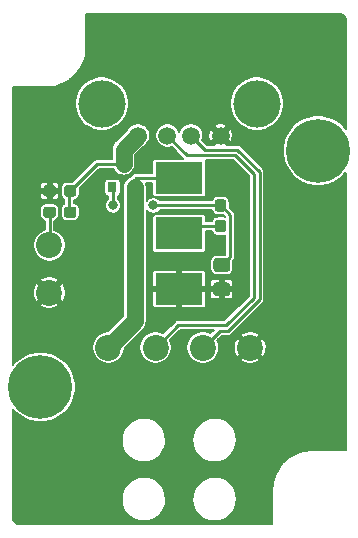
<source format=gbr>
G04 #@! TF.GenerationSoftware,KiCad,Pcbnew,(5.0.1)-3*
G04 #@! TF.CreationDate,2018-11-09T14:39:48+01:00*
G04 #@! TF.ProjectId,USB_switch,5553425F7377697463682E6B69636164,rev?*
G04 #@! TF.SameCoordinates,Original*
G04 #@! TF.FileFunction,Copper,L1,Top,Signal*
G04 #@! TF.FilePolarity,Positive*
%FSLAX46Y46*%
G04 Gerber Fmt 4.6, Leading zero omitted, Abs format (unit mm)*
G04 Created by KiCad (PCBNEW (5.0.1)-3) date 09-Nov-18 14:39:48*
%MOMM*%
%LPD*%
G01*
G04 APERTURE LIST*
G04 #@! TA.AperFunction,ComponentPad*
%ADD10R,4.000000X2.700000*%
G04 #@! TD*
G04 #@! TA.AperFunction,SMDPad,CuDef*
%ADD11R,0.800000X0.900000*%
G04 #@! TD*
G04 #@! TA.AperFunction,Conductor*
%ADD12C,0.100000*%
G04 #@! TD*
G04 #@! TA.AperFunction,SMDPad,CuDef*
%ADD13C,0.950000*%
G04 #@! TD*
G04 #@! TA.AperFunction,ComponentPad*
%ADD14C,2.200000*%
G04 #@! TD*
G04 #@! TA.AperFunction,SMDPad,CuDef*
%ADD15C,1.150000*%
G04 #@! TD*
G04 #@! TA.AperFunction,ComponentPad*
%ADD16C,5.400000*%
G04 #@! TD*
G04 #@! TA.AperFunction,ComponentPad*
%ADD17C,1.500000*%
G04 #@! TD*
G04 #@! TA.AperFunction,ComponentPad*
%ADD18C,4.000000*%
G04 #@! TD*
G04 #@! TA.AperFunction,ViaPad*
%ADD19C,0.800000*%
G04 #@! TD*
G04 #@! TA.AperFunction,Conductor*
%ADD20C,0.250000*%
G04 #@! TD*
G04 #@! TA.AperFunction,Conductor*
%ADD21C,1.400000*%
G04 #@! TD*
G04 #@! TA.AperFunction,Conductor*
%ADD22C,0.180000*%
G04 #@! TD*
G04 APERTURE END LIST*
D10*
G04 #@! TO.P,SW1,1*
G04 #@! TO.N,GND*
X100000000Y-101700000D03*
G04 #@! TO.P,SW1,2*
G04 #@! TO.N,Net-(R1-Pad2)*
X100000000Y-97000000D03*
G04 #@! TO.P,SW1,3*
G04 #@! TO.N,Net-(Q1-Pad2)*
X100000000Y-92300000D03*
G04 #@! TD*
D11*
G04 #@! TO.P,Q1,1*
G04 #@! TO.N,Net-(C1-Pad1)*
X94350000Y-93100000D03*
G04 #@! TO.P,Q1,2*
G04 #@! TO.N,Net-(Q1-Pad2)*
X96250000Y-93100000D03*
G04 #@! TO.P,Q1,3*
G04 #@! TO.N,Vout*
X95300000Y-91100000D03*
G04 #@! TD*
D12*
G04 #@! TO.N,Net-(R1-Pad2)*
G04 #@! TO.C,R1*
G36*
X103760779Y-95851144D02*
X103783834Y-95854563D01*
X103806443Y-95860227D01*
X103828387Y-95868079D01*
X103849457Y-95878044D01*
X103869448Y-95890026D01*
X103888168Y-95903910D01*
X103905438Y-95919562D01*
X103921090Y-95936832D01*
X103934974Y-95955552D01*
X103946956Y-95975543D01*
X103956921Y-95996613D01*
X103964773Y-96018557D01*
X103970437Y-96041166D01*
X103973856Y-96064221D01*
X103975000Y-96087500D01*
X103975000Y-96662500D01*
X103973856Y-96685779D01*
X103970437Y-96708834D01*
X103964773Y-96731443D01*
X103956921Y-96753387D01*
X103946956Y-96774457D01*
X103934974Y-96794448D01*
X103921090Y-96813168D01*
X103905438Y-96830438D01*
X103888168Y-96846090D01*
X103869448Y-96859974D01*
X103849457Y-96871956D01*
X103828387Y-96881921D01*
X103806443Y-96889773D01*
X103783834Y-96895437D01*
X103760779Y-96898856D01*
X103737500Y-96900000D01*
X103262500Y-96900000D01*
X103239221Y-96898856D01*
X103216166Y-96895437D01*
X103193557Y-96889773D01*
X103171613Y-96881921D01*
X103150543Y-96871956D01*
X103130552Y-96859974D01*
X103111832Y-96846090D01*
X103094562Y-96830438D01*
X103078910Y-96813168D01*
X103065026Y-96794448D01*
X103053044Y-96774457D01*
X103043079Y-96753387D01*
X103035227Y-96731443D01*
X103029563Y-96708834D01*
X103026144Y-96685779D01*
X103025000Y-96662500D01*
X103025000Y-96087500D01*
X103026144Y-96064221D01*
X103029563Y-96041166D01*
X103035227Y-96018557D01*
X103043079Y-95996613D01*
X103053044Y-95975543D01*
X103065026Y-95955552D01*
X103078910Y-95936832D01*
X103094562Y-95919562D01*
X103111832Y-95903910D01*
X103130552Y-95890026D01*
X103150543Y-95878044D01*
X103171613Y-95868079D01*
X103193557Y-95860227D01*
X103216166Y-95854563D01*
X103239221Y-95851144D01*
X103262500Y-95850000D01*
X103737500Y-95850000D01*
X103760779Y-95851144D01*
X103760779Y-95851144D01*
G37*
D13*
G04 #@! TD*
G04 #@! TO.P,R1,2*
G04 #@! TO.N,Net-(R1-Pad2)*
X103500000Y-96375000D03*
D12*
G04 #@! TO.N,Net-(C1-Pad1)*
G04 #@! TO.C,R1*
G36*
X103760779Y-94101144D02*
X103783834Y-94104563D01*
X103806443Y-94110227D01*
X103828387Y-94118079D01*
X103849457Y-94128044D01*
X103869448Y-94140026D01*
X103888168Y-94153910D01*
X103905438Y-94169562D01*
X103921090Y-94186832D01*
X103934974Y-94205552D01*
X103946956Y-94225543D01*
X103956921Y-94246613D01*
X103964773Y-94268557D01*
X103970437Y-94291166D01*
X103973856Y-94314221D01*
X103975000Y-94337500D01*
X103975000Y-94912500D01*
X103973856Y-94935779D01*
X103970437Y-94958834D01*
X103964773Y-94981443D01*
X103956921Y-95003387D01*
X103946956Y-95024457D01*
X103934974Y-95044448D01*
X103921090Y-95063168D01*
X103905438Y-95080438D01*
X103888168Y-95096090D01*
X103869448Y-95109974D01*
X103849457Y-95121956D01*
X103828387Y-95131921D01*
X103806443Y-95139773D01*
X103783834Y-95145437D01*
X103760779Y-95148856D01*
X103737500Y-95150000D01*
X103262500Y-95150000D01*
X103239221Y-95148856D01*
X103216166Y-95145437D01*
X103193557Y-95139773D01*
X103171613Y-95131921D01*
X103150543Y-95121956D01*
X103130552Y-95109974D01*
X103111832Y-95096090D01*
X103094562Y-95080438D01*
X103078910Y-95063168D01*
X103065026Y-95044448D01*
X103053044Y-95024457D01*
X103043079Y-95003387D01*
X103035227Y-94981443D01*
X103029563Y-94958834D01*
X103026144Y-94935779D01*
X103025000Y-94912500D01*
X103025000Y-94337500D01*
X103026144Y-94314221D01*
X103029563Y-94291166D01*
X103035227Y-94268557D01*
X103043079Y-94246613D01*
X103053044Y-94225543D01*
X103065026Y-94205552D01*
X103078910Y-94186832D01*
X103094562Y-94169562D01*
X103111832Y-94153910D01*
X103130552Y-94140026D01*
X103150543Y-94128044D01*
X103171613Y-94118079D01*
X103193557Y-94110227D01*
X103216166Y-94104563D01*
X103239221Y-94101144D01*
X103262500Y-94100000D01*
X103737500Y-94100000D01*
X103760779Y-94101144D01*
X103760779Y-94101144D01*
G37*
D13*
G04 #@! TD*
G04 #@! TO.P,R1,1*
G04 #@! TO.N,Net-(C1-Pad1)*
X103500000Y-94625000D03*
D14*
G04 #@! TO.P,W8,1*
G04 #@! TO.N,Net-(J1-Pad2)*
X98000000Y-106662811D03*
G04 #@! TD*
G04 #@! TO.P,W6,1*
G04 #@! TO.N,GND*
X106000000Y-106662811D03*
G04 #@! TD*
G04 #@! TO.P,W7,1*
G04 #@! TO.N,Net-(J1-Pad3)*
X102000000Y-106662811D03*
G04 #@! TD*
G04 #@! TO.P,W1,1*
G04 #@! TO.N,Net-(Q1-Pad2)*
X94000000Y-106662811D03*
G04 #@! TD*
G04 #@! TO.P,W9,1*
G04 #@! TO.N,Net-(R3-Pad2)*
X89000000Y-98000000D03*
G04 #@! TD*
G04 #@! TO.P,W10,1*
G04 #@! TO.N,GND*
X89000000Y-102000000D03*
G04 #@! TD*
D12*
G04 #@! TO.N,Net-(C1-Pad1)*
G04 #@! TO.C,C1*
G36*
X104074505Y-99101204D02*
X104098773Y-99104804D01*
X104122572Y-99110765D01*
X104145671Y-99119030D01*
X104167850Y-99129520D01*
X104188893Y-99142132D01*
X104208599Y-99156747D01*
X104226777Y-99173223D01*
X104243253Y-99191401D01*
X104257868Y-99211107D01*
X104270480Y-99232150D01*
X104280970Y-99254329D01*
X104289235Y-99277428D01*
X104295196Y-99301227D01*
X104298796Y-99325495D01*
X104300000Y-99349999D01*
X104300000Y-100000001D01*
X104298796Y-100024505D01*
X104295196Y-100048773D01*
X104289235Y-100072572D01*
X104280970Y-100095671D01*
X104270480Y-100117850D01*
X104257868Y-100138893D01*
X104243253Y-100158599D01*
X104226777Y-100176777D01*
X104208599Y-100193253D01*
X104188893Y-100207868D01*
X104167850Y-100220480D01*
X104145671Y-100230970D01*
X104122572Y-100239235D01*
X104098773Y-100245196D01*
X104074505Y-100248796D01*
X104050001Y-100250000D01*
X103149999Y-100250000D01*
X103125495Y-100248796D01*
X103101227Y-100245196D01*
X103077428Y-100239235D01*
X103054329Y-100230970D01*
X103032150Y-100220480D01*
X103011107Y-100207868D01*
X102991401Y-100193253D01*
X102973223Y-100176777D01*
X102956747Y-100158599D01*
X102942132Y-100138893D01*
X102929520Y-100117850D01*
X102919030Y-100095671D01*
X102910765Y-100072572D01*
X102904804Y-100048773D01*
X102901204Y-100024505D01*
X102900000Y-100000001D01*
X102900000Y-99349999D01*
X102901204Y-99325495D01*
X102904804Y-99301227D01*
X102910765Y-99277428D01*
X102919030Y-99254329D01*
X102929520Y-99232150D01*
X102942132Y-99211107D01*
X102956747Y-99191401D01*
X102973223Y-99173223D01*
X102991401Y-99156747D01*
X103011107Y-99142132D01*
X103032150Y-99129520D01*
X103054329Y-99119030D01*
X103077428Y-99110765D01*
X103101227Y-99104804D01*
X103125495Y-99101204D01*
X103149999Y-99100000D01*
X104050001Y-99100000D01*
X104074505Y-99101204D01*
X104074505Y-99101204D01*
G37*
D15*
G04 #@! TD*
G04 #@! TO.P,C1,1*
G04 #@! TO.N,Net-(C1-Pad1)*
X103600000Y-99675000D03*
D12*
G04 #@! TO.N,GND*
G04 #@! TO.C,C1*
G36*
X104074505Y-101151204D02*
X104098773Y-101154804D01*
X104122572Y-101160765D01*
X104145671Y-101169030D01*
X104167850Y-101179520D01*
X104188893Y-101192132D01*
X104208599Y-101206747D01*
X104226777Y-101223223D01*
X104243253Y-101241401D01*
X104257868Y-101261107D01*
X104270480Y-101282150D01*
X104280970Y-101304329D01*
X104289235Y-101327428D01*
X104295196Y-101351227D01*
X104298796Y-101375495D01*
X104300000Y-101399999D01*
X104300000Y-102050001D01*
X104298796Y-102074505D01*
X104295196Y-102098773D01*
X104289235Y-102122572D01*
X104280970Y-102145671D01*
X104270480Y-102167850D01*
X104257868Y-102188893D01*
X104243253Y-102208599D01*
X104226777Y-102226777D01*
X104208599Y-102243253D01*
X104188893Y-102257868D01*
X104167850Y-102270480D01*
X104145671Y-102280970D01*
X104122572Y-102289235D01*
X104098773Y-102295196D01*
X104074505Y-102298796D01*
X104050001Y-102300000D01*
X103149999Y-102300000D01*
X103125495Y-102298796D01*
X103101227Y-102295196D01*
X103077428Y-102289235D01*
X103054329Y-102280970D01*
X103032150Y-102270480D01*
X103011107Y-102257868D01*
X102991401Y-102243253D01*
X102973223Y-102226777D01*
X102956747Y-102208599D01*
X102942132Y-102188893D01*
X102929520Y-102167850D01*
X102919030Y-102145671D01*
X102910765Y-102122572D01*
X102904804Y-102098773D01*
X102901204Y-102074505D01*
X102900000Y-102050001D01*
X102900000Y-101399999D01*
X102901204Y-101375495D01*
X102904804Y-101351227D01*
X102910765Y-101327428D01*
X102919030Y-101304329D01*
X102929520Y-101282150D01*
X102942132Y-101261107D01*
X102956747Y-101241401D01*
X102973223Y-101223223D01*
X102991401Y-101206747D01*
X103011107Y-101192132D01*
X103032150Y-101179520D01*
X103054329Y-101169030D01*
X103077428Y-101160765D01*
X103101227Y-101154804D01*
X103125495Y-101151204D01*
X103149999Y-101150000D01*
X104050001Y-101150000D01*
X104074505Y-101151204D01*
X104074505Y-101151204D01*
G37*
D15*
G04 #@! TD*
G04 #@! TO.P,C1,2*
G04 #@! TO.N,GND*
X103600000Y-101725000D03*
D12*
G04 #@! TO.N,Vout*
G04 #@! TO.C,R2*
G36*
X91085779Y-92926144D02*
X91108834Y-92929563D01*
X91131443Y-92935227D01*
X91153387Y-92943079D01*
X91174457Y-92953044D01*
X91194448Y-92965026D01*
X91213168Y-92978910D01*
X91230438Y-92994562D01*
X91246090Y-93011832D01*
X91259974Y-93030552D01*
X91271956Y-93050543D01*
X91281921Y-93071613D01*
X91289773Y-93093557D01*
X91295437Y-93116166D01*
X91298856Y-93139221D01*
X91300000Y-93162500D01*
X91300000Y-93637500D01*
X91298856Y-93660779D01*
X91295437Y-93683834D01*
X91289773Y-93706443D01*
X91281921Y-93728387D01*
X91271956Y-93749457D01*
X91259974Y-93769448D01*
X91246090Y-93788168D01*
X91230438Y-93805438D01*
X91213168Y-93821090D01*
X91194448Y-93834974D01*
X91174457Y-93846956D01*
X91153387Y-93856921D01*
X91131443Y-93864773D01*
X91108834Y-93870437D01*
X91085779Y-93873856D01*
X91062500Y-93875000D01*
X90487500Y-93875000D01*
X90464221Y-93873856D01*
X90441166Y-93870437D01*
X90418557Y-93864773D01*
X90396613Y-93856921D01*
X90375543Y-93846956D01*
X90355552Y-93834974D01*
X90336832Y-93821090D01*
X90319562Y-93805438D01*
X90303910Y-93788168D01*
X90290026Y-93769448D01*
X90278044Y-93749457D01*
X90268079Y-93728387D01*
X90260227Y-93706443D01*
X90254563Y-93683834D01*
X90251144Y-93660779D01*
X90250000Y-93637500D01*
X90250000Y-93162500D01*
X90251144Y-93139221D01*
X90254563Y-93116166D01*
X90260227Y-93093557D01*
X90268079Y-93071613D01*
X90278044Y-93050543D01*
X90290026Y-93030552D01*
X90303910Y-93011832D01*
X90319562Y-92994562D01*
X90336832Y-92978910D01*
X90355552Y-92965026D01*
X90375543Y-92953044D01*
X90396613Y-92943079D01*
X90418557Y-92935227D01*
X90441166Y-92929563D01*
X90464221Y-92926144D01*
X90487500Y-92925000D01*
X91062500Y-92925000D01*
X91085779Y-92926144D01*
X91085779Y-92926144D01*
G37*
D13*
G04 #@! TD*
G04 #@! TO.P,R2,1*
G04 #@! TO.N,Vout*
X90775000Y-93400000D03*
D12*
G04 #@! TO.N,GND*
G04 #@! TO.C,R2*
G36*
X89335779Y-92926144D02*
X89358834Y-92929563D01*
X89381443Y-92935227D01*
X89403387Y-92943079D01*
X89424457Y-92953044D01*
X89444448Y-92965026D01*
X89463168Y-92978910D01*
X89480438Y-92994562D01*
X89496090Y-93011832D01*
X89509974Y-93030552D01*
X89521956Y-93050543D01*
X89531921Y-93071613D01*
X89539773Y-93093557D01*
X89545437Y-93116166D01*
X89548856Y-93139221D01*
X89550000Y-93162500D01*
X89550000Y-93637500D01*
X89548856Y-93660779D01*
X89545437Y-93683834D01*
X89539773Y-93706443D01*
X89531921Y-93728387D01*
X89521956Y-93749457D01*
X89509974Y-93769448D01*
X89496090Y-93788168D01*
X89480438Y-93805438D01*
X89463168Y-93821090D01*
X89444448Y-93834974D01*
X89424457Y-93846956D01*
X89403387Y-93856921D01*
X89381443Y-93864773D01*
X89358834Y-93870437D01*
X89335779Y-93873856D01*
X89312500Y-93875000D01*
X88737500Y-93875000D01*
X88714221Y-93873856D01*
X88691166Y-93870437D01*
X88668557Y-93864773D01*
X88646613Y-93856921D01*
X88625543Y-93846956D01*
X88605552Y-93834974D01*
X88586832Y-93821090D01*
X88569562Y-93805438D01*
X88553910Y-93788168D01*
X88540026Y-93769448D01*
X88528044Y-93749457D01*
X88518079Y-93728387D01*
X88510227Y-93706443D01*
X88504563Y-93683834D01*
X88501144Y-93660779D01*
X88500000Y-93637500D01*
X88500000Y-93162500D01*
X88501144Y-93139221D01*
X88504563Y-93116166D01*
X88510227Y-93093557D01*
X88518079Y-93071613D01*
X88528044Y-93050543D01*
X88540026Y-93030552D01*
X88553910Y-93011832D01*
X88569562Y-92994562D01*
X88586832Y-92978910D01*
X88605552Y-92965026D01*
X88625543Y-92953044D01*
X88646613Y-92943079D01*
X88668557Y-92935227D01*
X88691166Y-92929563D01*
X88714221Y-92926144D01*
X88737500Y-92925000D01*
X89312500Y-92925000D01*
X89335779Y-92926144D01*
X89335779Y-92926144D01*
G37*
D13*
G04 #@! TD*
G04 #@! TO.P,R2,2*
G04 #@! TO.N,GND*
X89025000Y-93400000D03*
D12*
G04 #@! TO.N,Vout*
G04 #@! TO.C,R3*
G36*
X91085779Y-94726144D02*
X91108834Y-94729563D01*
X91131443Y-94735227D01*
X91153387Y-94743079D01*
X91174457Y-94753044D01*
X91194448Y-94765026D01*
X91213168Y-94778910D01*
X91230438Y-94794562D01*
X91246090Y-94811832D01*
X91259974Y-94830552D01*
X91271956Y-94850543D01*
X91281921Y-94871613D01*
X91289773Y-94893557D01*
X91295437Y-94916166D01*
X91298856Y-94939221D01*
X91300000Y-94962500D01*
X91300000Y-95437500D01*
X91298856Y-95460779D01*
X91295437Y-95483834D01*
X91289773Y-95506443D01*
X91281921Y-95528387D01*
X91271956Y-95549457D01*
X91259974Y-95569448D01*
X91246090Y-95588168D01*
X91230438Y-95605438D01*
X91213168Y-95621090D01*
X91194448Y-95634974D01*
X91174457Y-95646956D01*
X91153387Y-95656921D01*
X91131443Y-95664773D01*
X91108834Y-95670437D01*
X91085779Y-95673856D01*
X91062500Y-95675000D01*
X90487500Y-95675000D01*
X90464221Y-95673856D01*
X90441166Y-95670437D01*
X90418557Y-95664773D01*
X90396613Y-95656921D01*
X90375543Y-95646956D01*
X90355552Y-95634974D01*
X90336832Y-95621090D01*
X90319562Y-95605438D01*
X90303910Y-95588168D01*
X90290026Y-95569448D01*
X90278044Y-95549457D01*
X90268079Y-95528387D01*
X90260227Y-95506443D01*
X90254563Y-95483834D01*
X90251144Y-95460779D01*
X90250000Y-95437500D01*
X90250000Y-94962500D01*
X90251144Y-94939221D01*
X90254563Y-94916166D01*
X90260227Y-94893557D01*
X90268079Y-94871613D01*
X90278044Y-94850543D01*
X90290026Y-94830552D01*
X90303910Y-94811832D01*
X90319562Y-94794562D01*
X90336832Y-94778910D01*
X90355552Y-94765026D01*
X90375543Y-94753044D01*
X90396613Y-94743079D01*
X90418557Y-94735227D01*
X90441166Y-94729563D01*
X90464221Y-94726144D01*
X90487500Y-94725000D01*
X91062500Y-94725000D01*
X91085779Y-94726144D01*
X91085779Y-94726144D01*
G37*
D13*
G04 #@! TD*
G04 #@! TO.P,R3,1*
G04 #@! TO.N,Vout*
X90775000Y-95200000D03*
D12*
G04 #@! TO.N,Net-(R3-Pad2)*
G04 #@! TO.C,R3*
G36*
X89335779Y-94726144D02*
X89358834Y-94729563D01*
X89381443Y-94735227D01*
X89403387Y-94743079D01*
X89424457Y-94753044D01*
X89444448Y-94765026D01*
X89463168Y-94778910D01*
X89480438Y-94794562D01*
X89496090Y-94811832D01*
X89509974Y-94830552D01*
X89521956Y-94850543D01*
X89531921Y-94871613D01*
X89539773Y-94893557D01*
X89545437Y-94916166D01*
X89548856Y-94939221D01*
X89550000Y-94962500D01*
X89550000Y-95437500D01*
X89548856Y-95460779D01*
X89545437Y-95483834D01*
X89539773Y-95506443D01*
X89531921Y-95528387D01*
X89521956Y-95549457D01*
X89509974Y-95569448D01*
X89496090Y-95588168D01*
X89480438Y-95605438D01*
X89463168Y-95621090D01*
X89444448Y-95634974D01*
X89424457Y-95646956D01*
X89403387Y-95656921D01*
X89381443Y-95664773D01*
X89358834Y-95670437D01*
X89335779Y-95673856D01*
X89312500Y-95675000D01*
X88737500Y-95675000D01*
X88714221Y-95673856D01*
X88691166Y-95670437D01*
X88668557Y-95664773D01*
X88646613Y-95656921D01*
X88625543Y-95646956D01*
X88605552Y-95634974D01*
X88586832Y-95621090D01*
X88569562Y-95605438D01*
X88553910Y-95588168D01*
X88540026Y-95569448D01*
X88528044Y-95549457D01*
X88518079Y-95528387D01*
X88510227Y-95506443D01*
X88504563Y-95483834D01*
X88501144Y-95460779D01*
X88500000Y-95437500D01*
X88500000Y-94962500D01*
X88501144Y-94939221D01*
X88504563Y-94916166D01*
X88510227Y-94893557D01*
X88518079Y-94871613D01*
X88528044Y-94850543D01*
X88540026Y-94830552D01*
X88553910Y-94811832D01*
X88569562Y-94794562D01*
X88586832Y-94778910D01*
X88605552Y-94765026D01*
X88625543Y-94753044D01*
X88646613Y-94743079D01*
X88668557Y-94735227D01*
X88691166Y-94729563D01*
X88714221Y-94726144D01*
X88737500Y-94725000D01*
X89312500Y-94725000D01*
X89335779Y-94726144D01*
X89335779Y-94726144D01*
G37*
D13*
G04 #@! TD*
G04 #@! TO.P,R3,2*
G04 #@! TO.N,Net-(R3-Pad2)*
X89025000Y-95200000D03*
D16*
G04 #@! TO.P,H1,1*
G04 #@! TO.N,N/C*
X88250000Y-110000000D03*
G04 #@! TD*
G04 #@! TO.P,H2,1*
G04 #@! TO.N,N/C*
X111750000Y-90000000D03*
G04 #@! TD*
D17*
G04 #@! TO.P,J1,3*
G04 #@! TO.N,Net-(J1-Pad3)*
X101000000Y-88710000D03*
G04 #@! TO.P,J1,2*
G04 #@! TO.N,Net-(J1-Pad2)*
X99000000Y-88710000D03*
G04 #@! TO.P,J1,4*
G04 #@! TO.N,GND*
X103500000Y-88710000D03*
G04 #@! TO.P,J1,1*
G04 #@! TO.N,Vout*
X96500000Y-88710000D03*
D18*
G04 #@! TO.P,J1,5*
G04 #@! TO.N,Net-(J1-Pad5)*
X106570000Y-86000000D03*
X93430000Y-86000000D03*
G04 #@! TD*
D19*
G04 #@! TO.N,Net-(C1-Pad1)*
X97800000Y-94625000D03*
X94400000Y-94625000D03*
G04 #@! TO.N,GND*
X88000000Y-119000000D03*
X88000000Y-116000000D03*
X91000000Y-116000000D03*
X91000000Y-119000000D03*
X94000000Y-119000000D03*
X94000000Y-116000000D03*
X94000000Y-113000000D03*
X94000000Y-110000000D03*
X91000000Y-113000000D03*
X100000000Y-119000000D03*
X100000000Y-116000000D03*
X100000000Y-113000000D03*
X100000000Y-110000000D03*
X97000000Y-110000000D03*
X103000000Y-110000000D03*
X106000000Y-110000000D03*
X106000000Y-113000000D03*
X106000000Y-116000000D03*
X106000000Y-119000000D03*
X109000000Y-113000000D03*
X109000000Y-110000000D03*
X112000000Y-110000000D03*
X112000000Y-113000000D03*
X87000000Y-105000000D03*
X90000000Y-105000000D03*
X92000000Y-100000000D03*
X92000000Y-103000000D03*
X90000000Y-89000000D03*
X94000000Y-80000000D03*
X97000000Y-80000000D03*
X100000000Y-80000000D03*
X103000000Y-80000000D03*
X106000000Y-80000000D03*
X109000000Y-80000000D03*
X97000000Y-83000000D03*
X100000000Y-83000000D03*
X112000000Y-80000000D03*
X112000000Y-102000000D03*
X112000000Y-99000000D03*
X112000000Y-96000000D03*
X109000000Y-96000000D03*
X109000000Y-99000000D03*
X109000000Y-102000000D03*
X109000000Y-93000000D03*
X87000000Y-95000000D03*
X87000000Y-92000000D03*
X87000000Y-89000000D03*
X87000000Y-86000000D03*
X90000000Y-86000000D03*
X97800000Y-89600000D03*
X92000000Y-91000000D03*
X93000000Y-89000000D03*
X94000000Y-97000000D03*
X100000000Y-99400000D03*
X105300000Y-96500000D03*
X105300000Y-100700000D03*
X103000000Y-83000000D03*
X87000000Y-100000000D03*
X105100000Y-92900000D03*
X97000000Y-86500000D03*
X100000000Y-86500000D03*
X103000000Y-86500000D03*
X94500000Y-100000000D03*
X94500000Y-103000000D03*
X106000000Y-83000000D03*
X109000000Y-83000000D03*
X112000000Y-83000000D03*
X110000000Y-86000000D03*
X113000000Y-86000000D03*
X94000000Y-83000000D03*
G04 #@! TD*
D20*
G04 #@! TO.N,Net-(C1-Pad1)*
X103500000Y-94625000D02*
X97800000Y-94625000D01*
X94400000Y-93150000D02*
X94350000Y-93100000D01*
X94400000Y-94625000D02*
X94400000Y-93150000D01*
X104223372Y-99051628D02*
X103600000Y-99675000D01*
X104300010Y-98974990D02*
X104223372Y-99051628D01*
X104300010Y-95425010D02*
X104300010Y-98974990D01*
X103500000Y-94625000D02*
X104300010Y-95425010D01*
D21*
G04 #@! TO.N,Net-(Q1-Pad2)*
X96250000Y-104412811D02*
X96250000Y-93100000D01*
X94000000Y-106662811D02*
X96250000Y-104412811D01*
D20*
X97750000Y-92300000D02*
X100000000Y-92300000D01*
X96350000Y-92300000D02*
X97750000Y-92300000D01*
X96250000Y-92400000D02*
X96350000Y-92300000D01*
X96250000Y-93100000D02*
X96250000Y-92400000D01*
G04 #@! TO.N,Net-(R1-Pad2)*
X100625000Y-96375000D02*
X100000000Y-97000000D01*
X103500000Y-96375000D02*
X100625000Y-96375000D01*
G04 #@! TO.N,Net-(R3-Pad2)*
X89025000Y-97975000D02*
X89000000Y-98000000D01*
X89025000Y-95200000D02*
X89025000Y-97975000D01*
G04 #@! TO.N,Net-(J1-Pad3)*
X104900000Y-89900000D02*
X102190000Y-89900000D01*
X102190000Y-89900000D02*
X101000000Y-88710000D01*
X104136410Y-105250000D02*
X106800000Y-102586410D01*
X102000000Y-106662811D02*
X103412811Y-105250000D01*
X106800000Y-91800000D02*
X104900000Y-89900000D01*
X106800000Y-102586410D02*
X106800000Y-91800000D01*
X103412811Y-105250000D02*
X104136410Y-105250000D01*
G04 #@! TO.N,Net-(J1-Pad2)*
X104000000Y-104750000D02*
X106300000Y-102450000D01*
X99912811Y-104750000D02*
X104000000Y-104750000D01*
X106300000Y-102450000D02*
X106300000Y-92000000D01*
X106300000Y-92000000D02*
X104700000Y-90400000D01*
X100690000Y-90400000D02*
X99000000Y-88710000D01*
X98000000Y-106662811D02*
X99912811Y-104750000D01*
X104700000Y-90400000D02*
X100690000Y-90400000D01*
G04 #@! TO.N,Vout*
X90675000Y-93400000D02*
X90675000Y-95200000D01*
D21*
X95300000Y-89910000D02*
X96500000Y-88710000D01*
X95300000Y-91100000D02*
X95300000Y-89910000D01*
D20*
X93075000Y-91100000D02*
X95300000Y-91100000D01*
X90775000Y-93400000D02*
X93075000Y-91100000D01*
G04 #@! TD*
D22*
G04 #@! TO.N,GND*
G36*
X113618120Y-78403453D02*
X113731740Y-78437756D01*
X113836537Y-78493478D01*
X113928506Y-78568486D01*
X114004164Y-78659940D01*
X114060611Y-78764337D01*
X114095710Y-78877723D01*
X114110000Y-79013683D01*
X114110000Y-88150133D01*
X114072484Y-88093986D01*
X113656014Y-87677516D01*
X113166296Y-87350297D01*
X112622151Y-87124904D01*
X112044489Y-87010000D01*
X111455511Y-87010000D01*
X110877849Y-87124904D01*
X110333704Y-87350297D01*
X109843986Y-87677516D01*
X109427516Y-88093986D01*
X109100297Y-88583704D01*
X108874904Y-89127849D01*
X108760000Y-89705511D01*
X108760000Y-90294489D01*
X108874904Y-90872151D01*
X109100297Y-91416296D01*
X109427516Y-91906014D01*
X109843986Y-92322484D01*
X110333704Y-92649703D01*
X110877849Y-92875096D01*
X111455511Y-92990000D01*
X112044489Y-92990000D01*
X112622151Y-92875096D01*
X113166296Y-92649703D01*
X113656014Y-92322484D01*
X114072484Y-91906014D01*
X114110000Y-91849867D01*
X114110001Y-115360000D01*
X111230841Y-115360000D01*
X111230167Y-115360066D01*
X111227697Y-115360075D01*
X111210744Y-115361797D01*
X111193709Y-115361678D01*
X111188290Y-115362209D01*
X110606000Y-115423410D01*
X110571358Y-115430521D01*
X110536653Y-115437142D01*
X110531440Y-115438715D01*
X109972126Y-115611853D01*
X109939534Y-115625553D01*
X109906768Y-115638792D01*
X109901964Y-115641346D01*
X109901959Y-115641348D01*
X109901955Y-115641351D01*
X109386928Y-115919824D01*
X109357652Y-115939570D01*
X109328045Y-115958945D01*
X109323833Y-115962381D01*
X109323826Y-115962386D01*
X109323820Y-115962392D01*
X108872693Y-116335597D01*
X108847794Y-116360670D01*
X108822531Y-116385410D01*
X108819060Y-116389605D01*
X108449008Y-116843333D01*
X108429454Y-116872763D01*
X108409476Y-116901941D01*
X108406889Y-116906726D01*
X108406886Y-116906730D01*
X108406886Y-116906731D01*
X108132012Y-117423695D01*
X108118540Y-117456380D01*
X108104617Y-117488865D01*
X108103007Y-117494067D01*
X107933780Y-118054575D01*
X107926918Y-118089230D01*
X107919565Y-118123824D01*
X107918996Y-118129240D01*
X107861861Y-118711942D01*
X107860000Y-118730842D01*
X107860001Y-121610000D01*
X86519077Y-121610000D01*
X86381880Y-121596548D01*
X86268261Y-121562244D01*
X86163461Y-121506521D01*
X86071491Y-121431512D01*
X85995836Y-121340061D01*
X85939389Y-121235663D01*
X85904290Y-121122277D01*
X85890000Y-120986317D01*
X85890000Y-119526319D01*
X95115184Y-119526319D01*
X95156192Y-119891914D01*
X95267430Y-120242580D01*
X95444661Y-120564963D01*
X95681135Y-120846781D01*
X95967843Y-121077301D01*
X96293867Y-121247742D01*
X96646786Y-121351611D01*
X97013160Y-121384954D01*
X97379032Y-121346499D01*
X97730467Y-121237712D01*
X98054079Y-121062736D01*
X98337541Y-120828235D01*
X98570057Y-120543143D01*
X98742769Y-120218318D01*
X98849100Y-119866132D01*
X98882419Y-119526319D01*
X101115184Y-119526319D01*
X101156192Y-119891914D01*
X101267430Y-120242580D01*
X101444661Y-120564963D01*
X101681135Y-120846781D01*
X101967843Y-121077301D01*
X102293867Y-121247742D01*
X102646786Y-121351611D01*
X103013160Y-121384954D01*
X103379032Y-121346499D01*
X103730467Y-121237712D01*
X104054079Y-121062736D01*
X104337541Y-120828235D01*
X104570057Y-120543143D01*
X104742769Y-120218318D01*
X104849100Y-119866132D01*
X104885000Y-119500000D01*
X104884265Y-119447368D01*
X104838157Y-119082381D01*
X104722033Y-118733301D01*
X104540318Y-118413425D01*
X104299933Y-118134936D01*
X104010034Y-117908442D01*
X103681662Y-117742570D01*
X103327327Y-117643637D01*
X102960524Y-117615413D01*
X102595224Y-117658973D01*
X102245342Y-117772656D01*
X101924205Y-117952134D01*
X101644044Y-118190569D01*
X101415532Y-118478880D01*
X101247371Y-118806085D01*
X101145968Y-119159721D01*
X101115184Y-119526319D01*
X98882419Y-119526319D01*
X98885000Y-119500000D01*
X98884265Y-119447368D01*
X98838157Y-119082381D01*
X98722033Y-118733301D01*
X98540318Y-118413425D01*
X98299933Y-118134936D01*
X98010034Y-117908442D01*
X97681662Y-117742570D01*
X97327327Y-117643637D01*
X96960524Y-117615413D01*
X96595224Y-117658973D01*
X96245342Y-117772656D01*
X95924205Y-117952134D01*
X95644044Y-118190569D01*
X95415532Y-118478880D01*
X95247371Y-118806085D01*
X95145968Y-119159721D01*
X95115184Y-119526319D01*
X85890000Y-119526319D01*
X85890000Y-114526319D01*
X95115184Y-114526319D01*
X95156192Y-114891914D01*
X95267430Y-115242580D01*
X95444661Y-115564963D01*
X95681135Y-115846781D01*
X95967843Y-116077301D01*
X96293867Y-116247742D01*
X96646786Y-116351611D01*
X97013160Y-116384954D01*
X97379032Y-116346499D01*
X97730467Y-116237712D01*
X98054079Y-116062736D01*
X98337541Y-115828235D01*
X98570057Y-115543143D01*
X98742769Y-115218318D01*
X98849100Y-114866132D01*
X98882419Y-114526319D01*
X101115184Y-114526319D01*
X101156192Y-114891914D01*
X101267430Y-115242580D01*
X101444661Y-115564963D01*
X101681135Y-115846781D01*
X101967843Y-116077301D01*
X102293867Y-116247742D01*
X102646786Y-116351611D01*
X103013160Y-116384954D01*
X103379032Y-116346499D01*
X103730467Y-116237712D01*
X104054079Y-116062736D01*
X104337541Y-115828235D01*
X104570057Y-115543143D01*
X104742769Y-115218318D01*
X104849100Y-114866132D01*
X104885000Y-114500000D01*
X104884265Y-114447368D01*
X104838157Y-114082381D01*
X104722033Y-113733301D01*
X104540318Y-113413425D01*
X104299933Y-113134936D01*
X104010034Y-112908442D01*
X103681662Y-112742570D01*
X103327327Y-112643637D01*
X102960524Y-112615413D01*
X102595224Y-112658973D01*
X102245342Y-112772656D01*
X101924205Y-112952134D01*
X101644044Y-113190569D01*
X101415532Y-113478880D01*
X101247371Y-113806085D01*
X101145968Y-114159721D01*
X101115184Y-114526319D01*
X98882419Y-114526319D01*
X98885000Y-114500000D01*
X98884265Y-114447368D01*
X98838157Y-114082381D01*
X98722033Y-113733301D01*
X98540318Y-113413425D01*
X98299933Y-113134936D01*
X98010034Y-112908442D01*
X97681662Y-112742570D01*
X97327327Y-112643637D01*
X96960524Y-112615413D01*
X96595224Y-112658973D01*
X96245342Y-112772656D01*
X95924205Y-112952134D01*
X95644044Y-113190569D01*
X95415532Y-113478880D01*
X95247371Y-113806085D01*
X95145968Y-114159721D01*
X95115184Y-114526319D01*
X85890000Y-114526319D01*
X85890000Y-111849867D01*
X85927516Y-111906014D01*
X86343986Y-112322484D01*
X86833704Y-112649703D01*
X87377849Y-112875096D01*
X87955511Y-112990000D01*
X88544489Y-112990000D01*
X89122151Y-112875096D01*
X89666296Y-112649703D01*
X90156014Y-112322484D01*
X90572484Y-111906014D01*
X90899703Y-111416296D01*
X91125096Y-110872151D01*
X91240000Y-110294489D01*
X91240000Y-109705511D01*
X91125096Y-109127849D01*
X90899703Y-108583704D01*
X90572484Y-108093986D01*
X90156014Y-107677516D01*
X89666296Y-107350297D01*
X89122151Y-107124904D01*
X88544489Y-107010000D01*
X87955511Y-107010000D01*
X87377849Y-107124904D01*
X86833704Y-107350297D01*
X86343986Y-107677516D01*
X85927516Y-108093986D01*
X85890000Y-108150133D01*
X85890000Y-106525908D01*
X92610000Y-106525908D01*
X92610000Y-106799714D01*
X92663417Y-107068259D01*
X92768198Y-107321223D01*
X92920316Y-107548885D01*
X93113926Y-107742495D01*
X93341588Y-107894613D01*
X93594552Y-107999394D01*
X93863097Y-108052811D01*
X94136903Y-108052811D01*
X94405448Y-107999394D01*
X94658412Y-107894613D01*
X94886074Y-107742495D01*
X95079684Y-107548885D01*
X95231802Y-107321223D01*
X95336583Y-107068259D01*
X95390000Y-106799714D01*
X95390000Y-106672881D01*
X96915641Y-105147241D01*
X96953423Y-105116234D01*
X97077138Y-104965487D01*
X97169066Y-104793501D01*
X97206940Y-104668647D01*
X97225676Y-104606885D01*
X97244790Y-104412811D01*
X97240000Y-104364176D01*
X97240000Y-101936500D01*
X97710000Y-101936500D01*
X97710000Y-103078563D01*
X97721145Y-103134590D01*
X97743006Y-103187367D01*
X97774743Y-103234865D01*
X97815136Y-103275258D01*
X97862634Y-103306995D01*
X97915411Y-103328856D01*
X97971438Y-103340000D01*
X99763500Y-103340000D01*
X99836000Y-103267500D01*
X99836000Y-101864000D01*
X100164000Y-101864000D01*
X100164000Y-103267500D01*
X100236500Y-103340000D01*
X102028562Y-103340000D01*
X102084589Y-103328856D01*
X102137366Y-103306995D01*
X102184864Y-103275258D01*
X102225257Y-103234865D01*
X102256994Y-103187367D01*
X102278855Y-103134590D01*
X102290000Y-103078563D01*
X102290000Y-101961500D01*
X102610000Y-101961500D01*
X102610000Y-102328562D01*
X102621144Y-102384589D01*
X102643005Y-102437366D01*
X102674742Y-102484864D01*
X102715135Y-102525257D01*
X102762633Y-102556994D01*
X102815410Y-102578855D01*
X102871437Y-102590000D01*
X103363500Y-102590000D01*
X103436000Y-102517500D01*
X103436000Y-101889000D01*
X103764000Y-101889000D01*
X103764000Y-102517500D01*
X103836500Y-102590000D01*
X104328563Y-102590000D01*
X104384590Y-102578855D01*
X104437367Y-102556994D01*
X104484865Y-102525257D01*
X104525258Y-102484864D01*
X104556995Y-102437366D01*
X104578856Y-102384589D01*
X104590000Y-102328562D01*
X104590000Y-101961500D01*
X104517500Y-101889000D01*
X103764000Y-101889000D01*
X103436000Y-101889000D01*
X102682500Y-101889000D01*
X102610000Y-101961500D01*
X102290000Y-101961500D01*
X102290000Y-101936500D01*
X102217500Y-101864000D01*
X100164000Y-101864000D01*
X99836000Y-101864000D01*
X97782500Y-101864000D01*
X97710000Y-101936500D01*
X97240000Y-101936500D01*
X97240000Y-100321437D01*
X97710000Y-100321437D01*
X97710000Y-101463500D01*
X97782500Y-101536000D01*
X99836000Y-101536000D01*
X99836000Y-100132500D01*
X100164000Y-100132500D01*
X100164000Y-101536000D01*
X102217500Y-101536000D01*
X102290000Y-101463500D01*
X102290000Y-101121438D01*
X102610000Y-101121438D01*
X102610000Y-101488500D01*
X102682500Y-101561000D01*
X103436000Y-101561000D01*
X103436000Y-100932500D01*
X103764000Y-100932500D01*
X103764000Y-101561000D01*
X104517500Y-101561000D01*
X104590000Y-101488500D01*
X104590000Y-101121438D01*
X104578856Y-101065411D01*
X104556995Y-101012634D01*
X104525258Y-100965136D01*
X104484865Y-100924743D01*
X104437367Y-100893006D01*
X104384590Y-100871145D01*
X104328563Y-100860000D01*
X103836500Y-100860000D01*
X103764000Y-100932500D01*
X103436000Y-100932500D01*
X103363500Y-100860000D01*
X102871437Y-100860000D01*
X102815410Y-100871145D01*
X102762633Y-100893006D01*
X102715135Y-100924743D01*
X102674742Y-100965136D01*
X102643005Y-101012634D01*
X102621144Y-101065411D01*
X102610000Y-101121438D01*
X102290000Y-101121438D01*
X102290000Y-100321437D01*
X102278855Y-100265410D01*
X102256994Y-100212633D01*
X102225257Y-100165135D01*
X102184864Y-100124742D01*
X102137366Y-100093005D01*
X102084589Y-100071144D01*
X102028562Y-100060000D01*
X100236500Y-100060000D01*
X100164000Y-100132500D01*
X99836000Y-100132500D01*
X99763500Y-100060000D01*
X97971438Y-100060000D01*
X97915411Y-100071144D01*
X97862634Y-100093005D01*
X97815136Y-100124742D01*
X97774743Y-100165135D01*
X97743006Y-100212633D01*
X97721145Y-100265410D01*
X97710000Y-100321437D01*
X97240000Y-100321437D01*
X97240000Y-95028869D01*
X97264042Y-95064850D01*
X97360150Y-95160958D01*
X97473162Y-95236470D01*
X97598734Y-95288484D01*
X97732041Y-95315000D01*
X97867959Y-95315000D01*
X98001266Y-95288484D01*
X98126838Y-95236470D01*
X98239850Y-95160958D01*
X98335958Y-95064850D01*
X98352562Y-95040000D01*
X102751136Y-95040000D01*
X102773857Y-95114902D01*
X102822733Y-95206343D01*
X102888509Y-95286491D01*
X102968657Y-95352267D01*
X103060098Y-95401143D01*
X103159316Y-95431240D01*
X103262500Y-95441403D01*
X103729504Y-95441403D01*
X103863905Y-95575804D01*
X103840684Y-95568760D01*
X103737500Y-95558597D01*
X103262500Y-95558597D01*
X103159316Y-95568760D01*
X103060098Y-95598857D01*
X102968657Y-95647733D01*
X102888509Y-95713509D01*
X102822733Y-95793657D01*
X102773857Y-95885098D01*
X102751136Y-95960000D01*
X102291403Y-95960000D01*
X102291403Y-95650000D01*
X102285804Y-95593150D01*
X102269221Y-95538485D01*
X102242293Y-95488105D01*
X102206053Y-95443947D01*
X102161895Y-95407707D01*
X102111515Y-95380779D01*
X102056850Y-95364196D01*
X102000000Y-95358597D01*
X98000000Y-95358597D01*
X97943150Y-95364196D01*
X97888485Y-95380779D01*
X97838105Y-95407707D01*
X97793947Y-95443947D01*
X97757707Y-95488105D01*
X97730779Y-95538485D01*
X97714196Y-95593150D01*
X97708597Y-95650000D01*
X97708597Y-98350000D01*
X97714196Y-98406850D01*
X97730779Y-98461515D01*
X97757707Y-98511895D01*
X97793947Y-98556053D01*
X97838105Y-98592293D01*
X97888485Y-98619221D01*
X97943150Y-98635804D01*
X98000000Y-98641403D01*
X102000000Y-98641403D01*
X102056850Y-98635804D01*
X102111515Y-98619221D01*
X102161895Y-98592293D01*
X102206053Y-98556053D01*
X102242293Y-98511895D01*
X102269221Y-98461515D01*
X102285804Y-98406850D01*
X102291403Y-98350000D01*
X102291403Y-96790000D01*
X102751136Y-96790000D01*
X102773857Y-96864902D01*
X102822733Y-96956343D01*
X102888509Y-97036491D01*
X102968657Y-97102267D01*
X103060098Y-97151143D01*
X103159316Y-97181240D01*
X103262500Y-97191403D01*
X103737500Y-97191403D01*
X103840684Y-97181240D01*
X103885010Y-97167794D01*
X103885011Y-98803090D01*
X103879504Y-98808597D01*
X103149999Y-98808597D01*
X103044377Y-98819000D01*
X102942813Y-98849809D01*
X102849212Y-98899840D01*
X102767170Y-98967170D01*
X102699840Y-99049212D01*
X102649809Y-99142813D01*
X102619000Y-99244377D01*
X102608597Y-99349999D01*
X102608597Y-100000001D01*
X102619000Y-100105623D01*
X102649809Y-100207187D01*
X102699840Y-100300788D01*
X102767170Y-100382830D01*
X102849212Y-100450160D01*
X102942813Y-100500191D01*
X103044377Y-100531000D01*
X103149999Y-100541403D01*
X104050001Y-100541403D01*
X104155623Y-100531000D01*
X104257187Y-100500191D01*
X104350788Y-100450160D01*
X104432830Y-100382830D01*
X104500160Y-100300788D01*
X104550191Y-100207187D01*
X104581000Y-100105623D01*
X104591403Y-100000001D01*
X104591403Y-99349999D01*
X104584360Y-99278492D01*
X104594879Y-99269859D01*
X104646739Y-99206667D01*
X104685275Y-99134572D01*
X104709005Y-99056344D01*
X104715010Y-98995377D01*
X104715010Y-98995367D01*
X104717017Y-98974991D01*
X104715010Y-98954614D01*
X104715010Y-95445387D01*
X104717017Y-95425010D01*
X104715010Y-95404633D01*
X104715010Y-95404623D01*
X104709005Y-95343656D01*
X104685275Y-95265428D01*
X104646739Y-95193332D01*
X104607875Y-95145976D01*
X104607871Y-95145972D01*
X104594879Y-95130141D01*
X104579048Y-95117150D01*
X104266403Y-94804504D01*
X104266403Y-94337500D01*
X104256240Y-94234316D01*
X104226143Y-94135098D01*
X104177267Y-94043657D01*
X104111491Y-93963509D01*
X104031343Y-93897733D01*
X103939902Y-93848857D01*
X103840684Y-93818760D01*
X103737500Y-93808597D01*
X103262500Y-93808597D01*
X103159316Y-93818760D01*
X103060098Y-93848857D01*
X102968657Y-93897733D01*
X102888509Y-93963509D01*
X102822733Y-94043657D01*
X102773857Y-94135098D01*
X102751136Y-94210000D01*
X98352562Y-94210000D01*
X98335958Y-94185150D01*
X98239850Y-94089042D01*
X98126838Y-94013530D01*
X98001266Y-93961516D01*
X97867959Y-93935000D01*
X97732041Y-93935000D01*
X97598734Y-93961516D01*
X97473162Y-94013530D01*
X97360150Y-94089042D01*
X97264042Y-94185150D01*
X97240000Y-94221131D01*
X97240000Y-93051367D01*
X97225675Y-92905926D01*
X97169066Y-92719310D01*
X97166762Y-92715000D01*
X97708597Y-92715000D01*
X97708597Y-93650000D01*
X97714196Y-93706850D01*
X97730779Y-93761515D01*
X97757707Y-93811895D01*
X97793947Y-93856053D01*
X97838105Y-93892293D01*
X97888485Y-93919221D01*
X97943150Y-93935804D01*
X98000000Y-93941403D01*
X102000000Y-93941403D01*
X102056850Y-93935804D01*
X102111515Y-93919221D01*
X102161895Y-93892293D01*
X102206053Y-93856053D01*
X102242293Y-93811895D01*
X102269221Y-93761515D01*
X102285804Y-93706850D01*
X102291403Y-93650000D01*
X102291403Y-90950000D01*
X102285804Y-90893150D01*
X102269221Y-90838485D01*
X102256668Y-90815000D01*
X104528102Y-90815000D01*
X105885001Y-92171900D01*
X105885000Y-102278102D01*
X103828102Y-104335000D01*
X99933187Y-104335000D01*
X99912810Y-104332993D01*
X99892433Y-104335000D01*
X99892424Y-104335000D01*
X99831457Y-104341005D01*
X99753229Y-104364735D01*
X99681134Y-104403271D01*
X99617942Y-104455131D01*
X99604946Y-104470967D01*
X98648860Y-105427053D01*
X98405448Y-105326228D01*
X98136903Y-105272811D01*
X97863097Y-105272811D01*
X97594552Y-105326228D01*
X97341588Y-105431009D01*
X97113926Y-105583127D01*
X96920316Y-105776737D01*
X96768198Y-106004399D01*
X96663417Y-106257363D01*
X96610000Y-106525908D01*
X96610000Y-106799714D01*
X96663417Y-107068259D01*
X96768198Y-107321223D01*
X96920316Y-107548885D01*
X97113926Y-107742495D01*
X97341588Y-107894613D01*
X97594552Y-107999394D01*
X97863097Y-108052811D01*
X98136903Y-108052811D01*
X98405448Y-107999394D01*
X98658412Y-107894613D01*
X98886074Y-107742495D01*
X99079684Y-107548885D01*
X99231802Y-107321223D01*
X99336583Y-107068259D01*
X99390000Y-106799714D01*
X99390000Y-106525908D01*
X99336583Y-106257363D01*
X99235758Y-106013951D01*
X100084709Y-105165000D01*
X102910913Y-105165000D01*
X102648860Y-105427053D01*
X102405448Y-105326228D01*
X102136903Y-105272811D01*
X101863097Y-105272811D01*
X101594552Y-105326228D01*
X101341588Y-105431009D01*
X101113926Y-105583127D01*
X100920316Y-105776737D01*
X100768198Y-106004399D01*
X100663417Y-106257363D01*
X100610000Y-106525908D01*
X100610000Y-106799714D01*
X100663417Y-107068259D01*
X100768198Y-107321223D01*
X100920316Y-107548885D01*
X101113926Y-107742495D01*
X101341588Y-107894613D01*
X101594552Y-107999394D01*
X101863097Y-108052811D01*
X102136903Y-108052811D01*
X102405448Y-107999394D01*
X102658412Y-107894613D01*
X102886074Y-107742495D01*
X102920632Y-107707937D01*
X105186805Y-107707937D01*
X105317383Y-107881367D01*
X105568228Y-107991124D01*
X105835666Y-108049835D01*
X106109418Y-108055244D01*
X106378966Y-108007142D01*
X106633951Y-107907378D01*
X106682617Y-107881367D01*
X106813195Y-107707937D01*
X106000000Y-106894742D01*
X105186805Y-107707937D01*
X102920632Y-107707937D01*
X103079684Y-107548885D01*
X103231802Y-107321223D01*
X103336583Y-107068259D01*
X103390000Y-106799714D01*
X103390000Y-106772229D01*
X104607567Y-106772229D01*
X104655669Y-107041777D01*
X104755433Y-107296762D01*
X104781444Y-107345428D01*
X104954874Y-107476006D01*
X105768069Y-106662811D01*
X106231931Y-106662811D01*
X107045126Y-107476006D01*
X107218556Y-107345428D01*
X107328313Y-107094583D01*
X107387024Y-106827145D01*
X107392433Y-106553393D01*
X107344331Y-106283845D01*
X107244567Y-106028860D01*
X107218556Y-105980194D01*
X107045126Y-105849616D01*
X106231931Y-106662811D01*
X105768069Y-106662811D01*
X104954874Y-105849616D01*
X104781444Y-105980194D01*
X104671687Y-106231039D01*
X104612976Y-106498477D01*
X104607567Y-106772229D01*
X103390000Y-106772229D01*
X103390000Y-106525908D01*
X103336583Y-106257363D01*
X103235758Y-106013951D01*
X103584709Y-105665000D01*
X104116033Y-105665000D01*
X104136410Y-105667007D01*
X104156787Y-105665000D01*
X104156797Y-105665000D01*
X104217764Y-105658995D01*
X104295992Y-105635265D01*
X104328881Y-105617685D01*
X105186805Y-105617685D01*
X106000000Y-106430880D01*
X106813195Y-105617685D01*
X106682617Y-105444255D01*
X106431772Y-105334498D01*
X106164334Y-105275787D01*
X105890582Y-105270378D01*
X105621034Y-105318480D01*
X105366049Y-105418244D01*
X105317383Y-105444255D01*
X105186805Y-105617685D01*
X104328881Y-105617685D01*
X104368087Y-105596729D01*
X104431279Y-105544869D01*
X104444276Y-105529032D01*
X107079039Y-102894270D01*
X107094869Y-102881279D01*
X107107861Y-102865448D01*
X107107865Y-102865444D01*
X107146729Y-102818088D01*
X107185264Y-102745993D01*
X107185265Y-102745992D01*
X107208995Y-102667764D01*
X107215000Y-102606797D01*
X107215000Y-102606788D01*
X107217007Y-102586411D01*
X107215000Y-102566034D01*
X107215000Y-91820377D01*
X107217007Y-91800000D01*
X107215000Y-91779623D01*
X107215000Y-91779613D01*
X107208995Y-91718646D01*
X107185265Y-91640418D01*
X107171537Y-91614735D01*
X107146729Y-91568322D01*
X107107865Y-91520966D01*
X107107861Y-91520962D01*
X107094869Y-91505131D01*
X107079037Y-91492138D01*
X105207864Y-89620966D01*
X105194869Y-89605131D01*
X105131677Y-89553271D01*
X105059582Y-89514735D01*
X104981354Y-89491005D01*
X104920387Y-89485000D01*
X104920377Y-89485000D01*
X104900000Y-89482993D01*
X104879623Y-89485000D01*
X104043069Y-89485000D01*
X103500000Y-88941931D01*
X102956931Y-89485000D01*
X102361899Y-89485000D01*
X101967880Y-89090981D01*
X102000033Y-89013357D01*
X102040000Y-88812431D01*
X102040000Y-88628534D01*
X102458148Y-88628534D01*
X102462273Y-88833354D01*
X102506278Y-89033434D01*
X102568631Y-89183964D01*
X102706199Y-89271870D01*
X103268069Y-88710000D01*
X103731931Y-88710000D01*
X104293801Y-89271870D01*
X104431369Y-89183964D01*
X104505939Y-88993156D01*
X104541852Y-88791466D01*
X104537727Y-88586646D01*
X104493722Y-88386566D01*
X104431369Y-88236036D01*
X104293801Y-88148130D01*
X103731931Y-88710000D01*
X103268069Y-88710000D01*
X102706199Y-88148130D01*
X102568631Y-88236036D01*
X102494061Y-88426844D01*
X102458148Y-88628534D01*
X102040000Y-88628534D01*
X102040000Y-88607569D01*
X102000033Y-88406643D01*
X101921636Y-88217375D01*
X101807821Y-88047039D01*
X101676981Y-87916199D01*
X102938130Y-87916199D01*
X103500000Y-88478069D01*
X104061870Y-87916199D01*
X103973964Y-87778631D01*
X103783156Y-87704061D01*
X103581466Y-87668148D01*
X103376646Y-87672273D01*
X103176566Y-87716278D01*
X103026036Y-87778631D01*
X102938130Y-87916199D01*
X101676981Y-87916199D01*
X101662961Y-87902179D01*
X101492625Y-87788364D01*
X101303357Y-87709967D01*
X101102431Y-87670000D01*
X100897569Y-87670000D01*
X100696643Y-87709967D01*
X100507375Y-87788364D01*
X100337039Y-87902179D01*
X100192179Y-88047039D01*
X100078364Y-88217375D01*
X100000000Y-88406563D01*
X99921636Y-88217375D01*
X99807821Y-88047039D01*
X99662961Y-87902179D01*
X99492625Y-87788364D01*
X99303357Y-87709967D01*
X99102431Y-87670000D01*
X98897569Y-87670000D01*
X98696643Y-87709967D01*
X98507375Y-87788364D01*
X98337039Y-87902179D01*
X98192179Y-88047039D01*
X98078364Y-88217375D01*
X97999967Y-88406643D01*
X97960000Y-88607569D01*
X97960000Y-88812431D01*
X97999967Y-89013357D01*
X98078364Y-89202625D01*
X98192179Y-89372961D01*
X98337039Y-89517821D01*
X98507375Y-89631636D01*
X98696643Y-89710033D01*
X98897569Y-89750000D01*
X99102431Y-89750000D01*
X99303357Y-89710033D01*
X99380982Y-89677880D01*
X100361698Y-90658597D01*
X98000000Y-90658597D01*
X97943150Y-90664196D01*
X97888485Y-90680779D01*
X97838105Y-90707707D01*
X97793947Y-90743947D01*
X97757707Y-90788105D01*
X97730779Y-90838485D01*
X97714196Y-90893150D01*
X97708597Y-90950000D01*
X97708597Y-91885000D01*
X96370376Y-91885000D01*
X96349999Y-91882993D01*
X96329622Y-91885000D01*
X96329613Y-91885000D01*
X96268646Y-91891005D01*
X96190418Y-91914735D01*
X96118323Y-91953271D01*
X96055131Y-92005131D01*
X96042130Y-92020972D01*
X95970965Y-92092138D01*
X95955132Y-92105131D01*
X95942140Y-92120962D01*
X95942135Y-92120967D01*
X95903271Y-92168323D01*
X95901798Y-92171079D01*
X95869311Y-92180934D01*
X95697325Y-92272862D01*
X95546578Y-92396577D01*
X95422863Y-92547324D01*
X95330935Y-92719310D01*
X95274326Y-92905926D01*
X95260001Y-93051367D01*
X95260000Y-104002740D01*
X93989930Y-105272811D01*
X93863097Y-105272811D01*
X93594552Y-105326228D01*
X93341588Y-105431009D01*
X93113926Y-105583127D01*
X92920316Y-105776737D01*
X92768198Y-106004399D01*
X92663417Y-106257363D01*
X92610000Y-106525908D01*
X85890000Y-106525908D01*
X85890000Y-103045126D01*
X88186805Y-103045126D01*
X88317383Y-103218556D01*
X88568228Y-103328313D01*
X88835666Y-103387024D01*
X89109418Y-103392433D01*
X89378966Y-103344331D01*
X89633951Y-103244567D01*
X89682617Y-103218556D01*
X89813195Y-103045126D01*
X89000000Y-102231931D01*
X88186805Y-103045126D01*
X85890000Y-103045126D01*
X85890000Y-102109418D01*
X87607567Y-102109418D01*
X87655669Y-102378966D01*
X87755433Y-102633951D01*
X87781444Y-102682617D01*
X87954874Y-102813195D01*
X88768069Y-102000000D01*
X89231931Y-102000000D01*
X90045126Y-102813195D01*
X90218556Y-102682617D01*
X90328313Y-102431772D01*
X90387024Y-102164334D01*
X90392433Y-101890582D01*
X90344331Y-101621034D01*
X90244567Y-101366049D01*
X90218556Y-101317383D01*
X90045126Y-101186805D01*
X89231931Y-102000000D01*
X88768069Y-102000000D01*
X87954874Y-101186805D01*
X87781444Y-101317383D01*
X87671687Y-101568228D01*
X87612976Y-101835666D01*
X87607567Y-102109418D01*
X85890000Y-102109418D01*
X85890000Y-100954874D01*
X88186805Y-100954874D01*
X89000000Y-101768069D01*
X89813195Y-100954874D01*
X89682617Y-100781444D01*
X89431772Y-100671687D01*
X89164334Y-100612976D01*
X88890582Y-100607567D01*
X88621034Y-100655669D01*
X88366049Y-100755433D01*
X88317383Y-100781444D01*
X88186805Y-100954874D01*
X85890000Y-100954874D01*
X85890000Y-97863097D01*
X87610000Y-97863097D01*
X87610000Y-98136903D01*
X87663417Y-98405448D01*
X87768198Y-98658412D01*
X87920316Y-98886074D01*
X88113926Y-99079684D01*
X88341588Y-99231802D01*
X88594552Y-99336583D01*
X88863097Y-99390000D01*
X89136903Y-99390000D01*
X89405448Y-99336583D01*
X89658412Y-99231802D01*
X89886074Y-99079684D01*
X90079684Y-98886074D01*
X90231802Y-98658412D01*
X90336583Y-98405448D01*
X90390000Y-98136903D01*
X90390000Y-97863097D01*
X90336583Y-97594552D01*
X90231802Y-97341588D01*
X90079684Y-97113926D01*
X89886074Y-96920316D01*
X89658412Y-96768198D01*
X89440000Y-96677729D01*
X89440000Y-95948864D01*
X89514902Y-95926143D01*
X89606343Y-95877267D01*
X89686491Y-95811491D01*
X89752267Y-95731343D01*
X89801143Y-95639902D01*
X89831240Y-95540684D01*
X89841403Y-95437500D01*
X89841403Y-94962500D01*
X89831240Y-94859316D01*
X89801143Y-94760098D01*
X89752267Y-94668657D01*
X89686491Y-94588509D01*
X89606343Y-94522733D01*
X89514902Y-94473857D01*
X89415684Y-94443760D01*
X89312500Y-94433597D01*
X88737500Y-94433597D01*
X88634316Y-94443760D01*
X88535098Y-94473857D01*
X88443657Y-94522733D01*
X88363509Y-94588509D01*
X88297733Y-94668657D01*
X88248857Y-94760098D01*
X88218760Y-94859316D01*
X88208597Y-94962500D01*
X88208597Y-95437500D01*
X88218760Y-95540684D01*
X88248857Y-95639902D01*
X88297733Y-95731343D01*
X88363509Y-95811491D01*
X88443657Y-95877267D01*
X88535098Y-95926143D01*
X88610000Y-95948864D01*
X88610001Y-96660344D01*
X88594552Y-96663417D01*
X88341588Y-96768198D01*
X88113926Y-96920316D01*
X87920316Y-97113926D01*
X87768198Y-97341588D01*
X87663417Y-97594552D01*
X87610000Y-97863097D01*
X85890000Y-97863097D01*
X85890000Y-93636500D01*
X88210000Y-93636500D01*
X88210000Y-93903563D01*
X88221145Y-93959590D01*
X88243006Y-94012367D01*
X88274743Y-94059865D01*
X88315136Y-94100258D01*
X88362634Y-94131995D01*
X88415411Y-94153856D01*
X88471438Y-94165000D01*
X88788500Y-94165000D01*
X88861000Y-94092500D01*
X88861000Y-93564000D01*
X89189000Y-93564000D01*
X89189000Y-94092500D01*
X89261500Y-94165000D01*
X89578562Y-94165000D01*
X89634589Y-94153856D01*
X89687366Y-94131995D01*
X89734864Y-94100258D01*
X89775257Y-94059865D01*
X89806994Y-94012367D01*
X89828855Y-93959590D01*
X89840000Y-93903563D01*
X89840000Y-93636500D01*
X89767500Y-93564000D01*
X89189000Y-93564000D01*
X88861000Y-93564000D01*
X88282500Y-93564000D01*
X88210000Y-93636500D01*
X85890000Y-93636500D01*
X85890000Y-92896437D01*
X88210000Y-92896437D01*
X88210000Y-93163500D01*
X88282500Y-93236000D01*
X88861000Y-93236000D01*
X88861000Y-92707500D01*
X89189000Y-92707500D01*
X89189000Y-93236000D01*
X89767500Y-93236000D01*
X89840000Y-93163500D01*
X89840000Y-93162500D01*
X89958597Y-93162500D01*
X89958597Y-93637500D01*
X89968760Y-93740684D01*
X89998857Y-93839902D01*
X90047733Y-93931343D01*
X90113509Y-94011491D01*
X90193657Y-94077267D01*
X90260000Y-94112728D01*
X90260001Y-94487272D01*
X90193657Y-94522733D01*
X90113509Y-94588509D01*
X90047733Y-94668657D01*
X89998857Y-94760098D01*
X89968760Y-94859316D01*
X89958597Y-94962500D01*
X89958597Y-95437500D01*
X89968760Y-95540684D01*
X89998857Y-95639902D01*
X90047733Y-95731343D01*
X90113509Y-95811491D01*
X90193657Y-95877267D01*
X90285098Y-95926143D01*
X90384316Y-95956240D01*
X90487500Y-95966403D01*
X91062500Y-95966403D01*
X91165684Y-95956240D01*
X91264902Y-95926143D01*
X91356343Y-95877267D01*
X91436491Y-95811491D01*
X91502267Y-95731343D01*
X91551143Y-95639902D01*
X91581240Y-95540684D01*
X91591403Y-95437500D01*
X91591403Y-94962500D01*
X91581240Y-94859316D01*
X91551143Y-94760098D01*
X91502267Y-94668657D01*
X91436491Y-94588509D01*
X91356343Y-94522733D01*
X91264902Y-94473857D01*
X91165684Y-94443760D01*
X91090000Y-94436306D01*
X91090000Y-94163694D01*
X91165684Y-94156240D01*
X91264902Y-94126143D01*
X91356343Y-94077267D01*
X91436491Y-94011491D01*
X91502267Y-93931343D01*
X91551143Y-93839902D01*
X91581240Y-93740684D01*
X91591403Y-93637500D01*
X91591403Y-93170495D01*
X92111898Y-92650000D01*
X93658597Y-92650000D01*
X93658597Y-93550000D01*
X93664196Y-93606850D01*
X93680779Y-93661515D01*
X93707707Y-93711895D01*
X93743947Y-93756053D01*
X93788105Y-93792293D01*
X93838485Y-93819221D01*
X93893150Y-93835804D01*
X93950000Y-93841403D01*
X93985001Y-93841403D01*
X93985000Y-94072438D01*
X93960150Y-94089042D01*
X93864042Y-94185150D01*
X93788530Y-94298162D01*
X93736516Y-94423734D01*
X93710000Y-94557041D01*
X93710000Y-94692959D01*
X93736516Y-94826266D01*
X93788530Y-94951838D01*
X93864042Y-95064850D01*
X93960150Y-95160958D01*
X94073162Y-95236470D01*
X94198734Y-95288484D01*
X94332041Y-95315000D01*
X94467959Y-95315000D01*
X94601266Y-95288484D01*
X94726838Y-95236470D01*
X94839850Y-95160958D01*
X94935958Y-95064850D01*
X95011470Y-94951838D01*
X95063484Y-94826266D01*
X95090000Y-94692959D01*
X95090000Y-94557041D01*
X95063484Y-94423734D01*
X95011470Y-94298162D01*
X94935958Y-94185150D01*
X94839850Y-94089042D01*
X94815000Y-94072438D01*
X94815000Y-93833332D01*
X94861515Y-93819221D01*
X94911895Y-93792293D01*
X94956053Y-93756053D01*
X94992293Y-93711895D01*
X95019221Y-93661515D01*
X95035804Y-93606850D01*
X95041403Y-93550000D01*
X95041403Y-92650000D01*
X95035804Y-92593150D01*
X95019221Y-92538485D01*
X94992293Y-92488105D01*
X94956053Y-92443947D01*
X94911895Y-92407707D01*
X94861515Y-92380779D01*
X94806850Y-92364196D01*
X94750000Y-92358597D01*
X93950000Y-92358597D01*
X93893150Y-92364196D01*
X93838485Y-92380779D01*
X93788105Y-92407707D01*
X93743947Y-92443947D01*
X93707707Y-92488105D01*
X93680779Y-92538485D01*
X93664196Y-92593150D01*
X93658597Y-92650000D01*
X92111898Y-92650000D01*
X93246898Y-91515000D01*
X94399273Y-91515000D01*
X94472862Y-91652676D01*
X94596577Y-91803423D01*
X94747324Y-91927138D01*
X94919310Y-92019066D01*
X95105926Y-92075675D01*
X95300000Y-92094790D01*
X95494073Y-92075675D01*
X95680689Y-92019066D01*
X95852676Y-91927138D01*
X96003423Y-91803423D01*
X96127138Y-91652676D01*
X96219066Y-91480690D01*
X96275675Y-91294074D01*
X96290000Y-91148633D01*
X96290000Y-90320071D01*
X96968402Y-89641669D01*
X96992625Y-89631636D01*
X97162961Y-89517821D01*
X97307821Y-89372961D01*
X97421636Y-89202625D01*
X97500033Y-89013357D01*
X97540000Y-88812431D01*
X97540000Y-88607569D01*
X97500033Y-88406643D01*
X97421636Y-88217375D01*
X97307821Y-88047039D01*
X97162961Y-87902179D01*
X96992625Y-87788364D01*
X96803357Y-87709967D01*
X96602431Y-87670000D01*
X96397569Y-87670000D01*
X96196643Y-87709967D01*
X96007375Y-87788364D01*
X95837039Y-87902179D01*
X95692179Y-88047039D01*
X95578364Y-88217375D01*
X95568331Y-88241598D01*
X94634359Y-89175571D01*
X94596578Y-89206577D01*
X94472863Y-89357324D01*
X94464505Y-89372961D01*
X94380934Y-89529311D01*
X94324325Y-89715927D01*
X94305210Y-89910000D01*
X94310001Y-89958642D01*
X94310000Y-90685000D01*
X93095376Y-90685000D01*
X93074999Y-90682993D01*
X93054622Y-90685000D01*
X93054613Y-90685000D01*
X92993646Y-90691005D01*
X92915418Y-90714735D01*
X92843323Y-90753271D01*
X92780131Y-90805131D01*
X92767134Y-90820968D01*
X90954505Y-92633597D01*
X90487500Y-92633597D01*
X90384316Y-92643760D01*
X90285098Y-92673857D01*
X90193657Y-92722733D01*
X90113509Y-92788509D01*
X90047733Y-92868657D01*
X89998857Y-92960098D01*
X89968760Y-93059316D01*
X89958597Y-93162500D01*
X89840000Y-93162500D01*
X89840000Y-92896437D01*
X89828855Y-92840410D01*
X89806994Y-92787633D01*
X89775257Y-92740135D01*
X89734864Y-92699742D01*
X89687366Y-92668005D01*
X89634589Y-92646144D01*
X89578562Y-92635000D01*
X89261500Y-92635000D01*
X89189000Y-92707500D01*
X88861000Y-92707500D01*
X88788500Y-92635000D01*
X88471438Y-92635000D01*
X88415411Y-92646144D01*
X88362634Y-92668005D01*
X88315136Y-92699742D01*
X88274743Y-92740135D01*
X88243006Y-92787633D01*
X88221145Y-92840410D01*
X88210000Y-92896437D01*
X85890000Y-92896437D01*
X85890000Y-85774455D01*
X91140000Y-85774455D01*
X91140000Y-86225545D01*
X91228004Y-86667968D01*
X91400629Y-87084722D01*
X91651241Y-87459790D01*
X91970210Y-87778759D01*
X92345278Y-88029371D01*
X92762032Y-88201996D01*
X93204455Y-88290000D01*
X93655545Y-88290000D01*
X94097968Y-88201996D01*
X94514722Y-88029371D01*
X94889790Y-87778759D01*
X95208759Y-87459790D01*
X95459371Y-87084722D01*
X95631996Y-86667968D01*
X95720000Y-86225545D01*
X95720000Y-85774455D01*
X104280000Y-85774455D01*
X104280000Y-86225545D01*
X104368004Y-86667968D01*
X104540629Y-87084722D01*
X104791241Y-87459790D01*
X105110210Y-87778759D01*
X105485278Y-88029371D01*
X105902032Y-88201996D01*
X106344455Y-88290000D01*
X106795545Y-88290000D01*
X107237968Y-88201996D01*
X107654722Y-88029371D01*
X108029790Y-87778759D01*
X108348759Y-87459790D01*
X108599371Y-87084722D01*
X108771996Y-86667968D01*
X108860000Y-86225545D01*
X108860000Y-85774455D01*
X108771996Y-85332032D01*
X108599371Y-84915278D01*
X108348759Y-84540210D01*
X108029790Y-84221241D01*
X107654722Y-83970629D01*
X107237968Y-83798004D01*
X106795545Y-83710000D01*
X106344455Y-83710000D01*
X105902032Y-83798004D01*
X105485278Y-83970629D01*
X105110210Y-84221241D01*
X104791241Y-84540210D01*
X104540629Y-84915278D01*
X104368004Y-85332032D01*
X104280000Y-85774455D01*
X95720000Y-85774455D01*
X95631996Y-85332032D01*
X95459371Y-84915278D01*
X95208759Y-84540210D01*
X94889790Y-84221241D01*
X94514722Y-83970629D01*
X94097968Y-83798004D01*
X93655545Y-83710000D01*
X93204455Y-83710000D01*
X92762032Y-83798004D01*
X92345278Y-83970629D01*
X91970210Y-84221241D01*
X91651241Y-84540210D01*
X91400629Y-84915278D01*
X91228004Y-85332032D01*
X91140000Y-85774455D01*
X85890000Y-85774455D01*
X85890000Y-84640000D01*
X88769159Y-84640000D01*
X88769833Y-84639934D01*
X88772303Y-84639925D01*
X88789256Y-84638203D01*
X88806291Y-84638322D01*
X88811710Y-84637791D01*
X89394000Y-84576590D01*
X89428655Y-84569476D01*
X89463348Y-84562858D01*
X89468555Y-84561286D01*
X89468559Y-84561285D01*
X89468562Y-84561284D01*
X90027874Y-84388147D01*
X90060466Y-84374447D01*
X90093232Y-84361208D01*
X90098036Y-84358654D01*
X90098041Y-84358652D01*
X90098045Y-84358649D01*
X90613072Y-84080176D01*
X90642348Y-84060430D01*
X90671955Y-84041055D01*
X90676167Y-84037619D01*
X90676174Y-84037614D01*
X90676180Y-84037608D01*
X91127308Y-83664403D01*
X91152225Y-83639311D01*
X91177469Y-83614590D01*
X91180940Y-83610395D01*
X91550992Y-83156666D01*
X91570556Y-83127221D01*
X91590524Y-83098058D01*
X91593111Y-83093274D01*
X91593114Y-83093270D01*
X91593116Y-83093266D01*
X91867988Y-82576304D01*
X91881449Y-82543645D01*
X91895383Y-82511135D01*
X91896993Y-82505933D01*
X92066220Y-81945425D01*
X92073089Y-81910733D01*
X92080434Y-81876176D01*
X92081004Y-81870761D01*
X92138139Y-81288058D01*
X92138139Y-81288054D01*
X92140000Y-81269159D01*
X92140000Y-78390000D01*
X113480922Y-78390000D01*
X113618120Y-78403453D01*
X113618120Y-78403453D01*
G37*
X113618120Y-78403453D02*
X113731740Y-78437756D01*
X113836537Y-78493478D01*
X113928506Y-78568486D01*
X114004164Y-78659940D01*
X114060611Y-78764337D01*
X114095710Y-78877723D01*
X114110000Y-79013683D01*
X114110000Y-88150133D01*
X114072484Y-88093986D01*
X113656014Y-87677516D01*
X113166296Y-87350297D01*
X112622151Y-87124904D01*
X112044489Y-87010000D01*
X111455511Y-87010000D01*
X110877849Y-87124904D01*
X110333704Y-87350297D01*
X109843986Y-87677516D01*
X109427516Y-88093986D01*
X109100297Y-88583704D01*
X108874904Y-89127849D01*
X108760000Y-89705511D01*
X108760000Y-90294489D01*
X108874904Y-90872151D01*
X109100297Y-91416296D01*
X109427516Y-91906014D01*
X109843986Y-92322484D01*
X110333704Y-92649703D01*
X110877849Y-92875096D01*
X111455511Y-92990000D01*
X112044489Y-92990000D01*
X112622151Y-92875096D01*
X113166296Y-92649703D01*
X113656014Y-92322484D01*
X114072484Y-91906014D01*
X114110000Y-91849867D01*
X114110001Y-115360000D01*
X111230841Y-115360000D01*
X111230167Y-115360066D01*
X111227697Y-115360075D01*
X111210744Y-115361797D01*
X111193709Y-115361678D01*
X111188290Y-115362209D01*
X110606000Y-115423410D01*
X110571358Y-115430521D01*
X110536653Y-115437142D01*
X110531440Y-115438715D01*
X109972126Y-115611853D01*
X109939534Y-115625553D01*
X109906768Y-115638792D01*
X109901964Y-115641346D01*
X109901959Y-115641348D01*
X109901955Y-115641351D01*
X109386928Y-115919824D01*
X109357652Y-115939570D01*
X109328045Y-115958945D01*
X109323833Y-115962381D01*
X109323826Y-115962386D01*
X109323820Y-115962392D01*
X108872693Y-116335597D01*
X108847794Y-116360670D01*
X108822531Y-116385410D01*
X108819060Y-116389605D01*
X108449008Y-116843333D01*
X108429454Y-116872763D01*
X108409476Y-116901941D01*
X108406889Y-116906726D01*
X108406886Y-116906730D01*
X108406886Y-116906731D01*
X108132012Y-117423695D01*
X108118540Y-117456380D01*
X108104617Y-117488865D01*
X108103007Y-117494067D01*
X107933780Y-118054575D01*
X107926918Y-118089230D01*
X107919565Y-118123824D01*
X107918996Y-118129240D01*
X107861861Y-118711942D01*
X107860000Y-118730842D01*
X107860001Y-121610000D01*
X86519077Y-121610000D01*
X86381880Y-121596548D01*
X86268261Y-121562244D01*
X86163461Y-121506521D01*
X86071491Y-121431512D01*
X85995836Y-121340061D01*
X85939389Y-121235663D01*
X85904290Y-121122277D01*
X85890000Y-120986317D01*
X85890000Y-119526319D01*
X95115184Y-119526319D01*
X95156192Y-119891914D01*
X95267430Y-120242580D01*
X95444661Y-120564963D01*
X95681135Y-120846781D01*
X95967843Y-121077301D01*
X96293867Y-121247742D01*
X96646786Y-121351611D01*
X97013160Y-121384954D01*
X97379032Y-121346499D01*
X97730467Y-121237712D01*
X98054079Y-121062736D01*
X98337541Y-120828235D01*
X98570057Y-120543143D01*
X98742769Y-120218318D01*
X98849100Y-119866132D01*
X98882419Y-119526319D01*
X101115184Y-119526319D01*
X101156192Y-119891914D01*
X101267430Y-120242580D01*
X101444661Y-120564963D01*
X101681135Y-120846781D01*
X101967843Y-121077301D01*
X102293867Y-121247742D01*
X102646786Y-121351611D01*
X103013160Y-121384954D01*
X103379032Y-121346499D01*
X103730467Y-121237712D01*
X104054079Y-121062736D01*
X104337541Y-120828235D01*
X104570057Y-120543143D01*
X104742769Y-120218318D01*
X104849100Y-119866132D01*
X104885000Y-119500000D01*
X104884265Y-119447368D01*
X104838157Y-119082381D01*
X104722033Y-118733301D01*
X104540318Y-118413425D01*
X104299933Y-118134936D01*
X104010034Y-117908442D01*
X103681662Y-117742570D01*
X103327327Y-117643637D01*
X102960524Y-117615413D01*
X102595224Y-117658973D01*
X102245342Y-117772656D01*
X101924205Y-117952134D01*
X101644044Y-118190569D01*
X101415532Y-118478880D01*
X101247371Y-118806085D01*
X101145968Y-119159721D01*
X101115184Y-119526319D01*
X98882419Y-119526319D01*
X98885000Y-119500000D01*
X98884265Y-119447368D01*
X98838157Y-119082381D01*
X98722033Y-118733301D01*
X98540318Y-118413425D01*
X98299933Y-118134936D01*
X98010034Y-117908442D01*
X97681662Y-117742570D01*
X97327327Y-117643637D01*
X96960524Y-117615413D01*
X96595224Y-117658973D01*
X96245342Y-117772656D01*
X95924205Y-117952134D01*
X95644044Y-118190569D01*
X95415532Y-118478880D01*
X95247371Y-118806085D01*
X95145968Y-119159721D01*
X95115184Y-119526319D01*
X85890000Y-119526319D01*
X85890000Y-114526319D01*
X95115184Y-114526319D01*
X95156192Y-114891914D01*
X95267430Y-115242580D01*
X95444661Y-115564963D01*
X95681135Y-115846781D01*
X95967843Y-116077301D01*
X96293867Y-116247742D01*
X96646786Y-116351611D01*
X97013160Y-116384954D01*
X97379032Y-116346499D01*
X97730467Y-116237712D01*
X98054079Y-116062736D01*
X98337541Y-115828235D01*
X98570057Y-115543143D01*
X98742769Y-115218318D01*
X98849100Y-114866132D01*
X98882419Y-114526319D01*
X101115184Y-114526319D01*
X101156192Y-114891914D01*
X101267430Y-115242580D01*
X101444661Y-115564963D01*
X101681135Y-115846781D01*
X101967843Y-116077301D01*
X102293867Y-116247742D01*
X102646786Y-116351611D01*
X103013160Y-116384954D01*
X103379032Y-116346499D01*
X103730467Y-116237712D01*
X104054079Y-116062736D01*
X104337541Y-115828235D01*
X104570057Y-115543143D01*
X104742769Y-115218318D01*
X104849100Y-114866132D01*
X104885000Y-114500000D01*
X104884265Y-114447368D01*
X104838157Y-114082381D01*
X104722033Y-113733301D01*
X104540318Y-113413425D01*
X104299933Y-113134936D01*
X104010034Y-112908442D01*
X103681662Y-112742570D01*
X103327327Y-112643637D01*
X102960524Y-112615413D01*
X102595224Y-112658973D01*
X102245342Y-112772656D01*
X101924205Y-112952134D01*
X101644044Y-113190569D01*
X101415532Y-113478880D01*
X101247371Y-113806085D01*
X101145968Y-114159721D01*
X101115184Y-114526319D01*
X98882419Y-114526319D01*
X98885000Y-114500000D01*
X98884265Y-114447368D01*
X98838157Y-114082381D01*
X98722033Y-113733301D01*
X98540318Y-113413425D01*
X98299933Y-113134936D01*
X98010034Y-112908442D01*
X97681662Y-112742570D01*
X97327327Y-112643637D01*
X96960524Y-112615413D01*
X96595224Y-112658973D01*
X96245342Y-112772656D01*
X95924205Y-112952134D01*
X95644044Y-113190569D01*
X95415532Y-113478880D01*
X95247371Y-113806085D01*
X95145968Y-114159721D01*
X95115184Y-114526319D01*
X85890000Y-114526319D01*
X85890000Y-111849867D01*
X85927516Y-111906014D01*
X86343986Y-112322484D01*
X86833704Y-112649703D01*
X87377849Y-112875096D01*
X87955511Y-112990000D01*
X88544489Y-112990000D01*
X89122151Y-112875096D01*
X89666296Y-112649703D01*
X90156014Y-112322484D01*
X90572484Y-111906014D01*
X90899703Y-111416296D01*
X91125096Y-110872151D01*
X91240000Y-110294489D01*
X91240000Y-109705511D01*
X91125096Y-109127849D01*
X90899703Y-108583704D01*
X90572484Y-108093986D01*
X90156014Y-107677516D01*
X89666296Y-107350297D01*
X89122151Y-107124904D01*
X88544489Y-107010000D01*
X87955511Y-107010000D01*
X87377849Y-107124904D01*
X86833704Y-107350297D01*
X86343986Y-107677516D01*
X85927516Y-108093986D01*
X85890000Y-108150133D01*
X85890000Y-106525908D01*
X92610000Y-106525908D01*
X92610000Y-106799714D01*
X92663417Y-107068259D01*
X92768198Y-107321223D01*
X92920316Y-107548885D01*
X93113926Y-107742495D01*
X93341588Y-107894613D01*
X93594552Y-107999394D01*
X93863097Y-108052811D01*
X94136903Y-108052811D01*
X94405448Y-107999394D01*
X94658412Y-107894613D01*
X94886074Y-107742495D01*
X95079684Y-107548885D01*
X95231802Y-107321223D01*
X95336583Y-107068259D01*
X95390000Y-106799714D01*
X95390000Y-106672881D01*
X96915641Y-105147241D01*
X96953423Y-105116234D01*
X97077138Y-104965487D01*
X97169066Y-104793501D01*
X97206940Y-104668647D01*
X97225676Y-104606885D01*
X97244790Y-104412811D01*
X97240000Y-104364176D01*
X97240000Y-101936500D01*
X97710000Y-101936500D01*
X97710000Y-103078563D01*
X97721145Y-103134590D01*
X97743006Y-103187367D01*
X97774743Y-103234865D01*
X97815136Y-103275258D01*
X97862634Y-103306995D01*
X97915411Y-103328856D01*
X97971438Y-103340000D01*
X99763500Y-103340000D01*
X99836000Y-103267500D01*
X99836000Y-101864000D01*
X100164000Y-101864000D01*
X100164000Y-103267500D01*
X100236500Y-103340000D01*
X102028562Y-103340000D01*
X102084589Y-103328856D01*
X102137366Y-103306995D01*
X102184864Y-103275258D01*
X102225257Y-103234865D01*
X102256994Y-103187367D01*
X102278855Y-103134590D01*
X102290000Y-103078563D01*
X102290000Y-101961500D01*
X102610000Y-101961500D01*
X102610000Y-102328562D01*
X102621144Y-102384589D01*
X102643005Y-102437366D01*
X102674742Y-102484864D01*
X102715135Y-102525257D01*
X102762633Y-102556994D01*
X102815410Y-102578855D01*
X102871437Y-102590000D01*
X103363500Y-102590000D01*
X103436000Y-102517500D01*
X103436000Y-101889000D01*
X103764000Y-101889000D01*
X103764000Y-102517500D01*
X103836500Y-102590000D01*
X104328563Y-102590000D01*
X104384590Y-102578855D01*
X104437367Y-102556994D01*
X104484865Y-102525257D01*
X104525258Y-102484864D01*
X104556995Y-102437366D01*
X104578856Y-102384589D01*
X104590000Y-102328562D01*
X104590000Y-101961500D01*
X104517500Y-101889000D01*
X103764000Y-101889000D01*
X103436000Y-101889000D01*
X102682500Y-101889000D01*
X102610000Y-101961500D01*
X102290000Y-101961500D01*
X102290000Y-101936500D01*
X102217500Y-101864000D01*
X100164000Y-101864000D01*
X99836000Y-101864000D01*
X97782500Y-101864000D01*
X97710000Y-101936500D01*
X97240000Y-101936500D01*
X97240000Y-100321437D01*
X97710000Y-100321437D01*
X97710000Y-101463500D01*
X97782500Y-101536000D01*
X99836000Y-101536000D01*
X99836000Y-100132500D01*
X100164000Y-100132500D01*
X100164000Y-101536000D01*
X102217500Y-101536000D01*
X102290000Y-101463500D01*
X102290000Y-101121438D01*
X102610000Y-101121438D01*
X102610000Y-101488500D01*
X102682500Y-101561000D01*
X103436000Y-101561000D01*
X103436000Y-100932500D01*
X103764000Y-100932500D01*
X103764000Y-101561000D01*
X104517500Y-101561000D01*
X104590000Y-101488500D01*
X104590000Y-101121438D01*
X104578856Y-101065411D01*
X104556995Y-101012634D01*
X104525258Y-100965136D01*
X104484865Y-100924743D01*
X104437367Y-100893006D01*
X104384590Y-100871145D01*
X104328563Y-100860000D01*
X103836500Y-100860000D01*
X103764000Y-100932500D01*
X103436000Y-100932500D01*
X103363500Y-100860000D01*
X102871437Y-100860000D01*
X102815410Y-100871145D01*
X102762633Y-100893006D01*
X102715135Y-100924743D01*
X102674742Y-100965136D01*
X102643005Y-101012634D01*
X102621144Y-101065411D01*
X102610000Y-101121438D01*
X102290000Y-101121438D01*
X102290000Y-100321437D01*
X102278855Y-100265410D01*
X102256994Y-100212633D01*
X102225257Y-100165135D01*
X102184864Y-100124742D01*
X102137366Y-100093005D01*
X102084589Y-100071144D01*
X102028562Y-100060000D01*
X100236500Y-100060000D01*
X100164000Y-100132500D01*
X99836000Y-100132500D01*
X99763500Y-100060000D01*
X97971438Y-100060000D01*
X97915411Y-100071144D01*
X97862634Y-100093005D01*
X97815136Y-100124742D01*
X97774743Y-100165135D01*
X97743006Y-100212633D01*
X97721145Y-100265410D01*
X97710000Y-100321437D01*
X97240000Y-100321437D01*
X97240000Y-95028869D01*
X97264042Y-95064850D01*
X97360150Y-95160958D01*
X97473162Y-95236470D01*
X97598734Y-95288484D01*
X97732041Y-95315000D01*
X97867959Y-95315000D01*
X98001266Y-95288484D01*
X98126838Y-95236470D01*
X98239850Y-95160958D01*
X98335958Y-95064850D01*
X98352562Y-95040000D01*
X102751136Y-95040000D01*
X102773857Y-95114902D01*
X102822733Y-95206343D01*
X102888509Y-95286491D01*
X102968657Y-95352267D01*
X103060098Y-95401143D01*
X103159316Y-95431240D01*
X103262500Y-95441403D01*
X103729504Y-95441403D01*
X103863905Y-95575804D01*
X103840684Y-95568760D01*
X103737500Y-95558597D01*
X103262500Y-95558597D01*
X103159316Y-95568760D01*
X103060098Y-95598857D01*
X102968657Y-95647733D01*
X102888509Y-95713509D01*
X102822733Y-95793657D01*
X102773857Y-95885098D01*
X102751136Y-95960000D01*
X102291403Y-95960000D01*
X102291403Y-95650000D01*
X102285804Y-95593150D01*
X102269221Y-95538485D01*
X102242293Y-95488105D01*
X102206053Y-95443947D01*
X102161895Y-95407707D01*
X102111515Y-95380779D01*
X102056850Y-95364196D01*
X102000000Y-95358597D01*
X98000000Y-95358597D01*
X97943150Y-95364196D01*
X97888485Y-95380779D01*
X97838105Y-95407707D01*
X97793947Y-95443947D01*
X97757707Y-95488105D01*
X97730779Y-95538485D01*
X97714196Y-95593150D01*
X97708597Y-95650000D01*
X97708597Y-98350000D01*
X97714196Y-98406850D01*
X97730779Y-98461515D01*
X97757707Y-98511895D01*
X97793947Y-98556053D01*
X97838105Y-98592293D01*
X97888485Y-98619221D01*
X97943150Y-98635804D01*
X98000000Y-98641403D01*
X102000000Y-98641403D01*
X102056850Y-98635804D01*
X102111515Y-98619221D01*
X102161895Y-98592293D01*
X102206053Y-98556053D01*
X102242293Y-98511895D01*
X102269221Y-98461515D01*
X102285804Y-98406850D01*
X102291403Y-98350000D01*
X102291403Y-96790000D01*
X102751136Y-96790000D01*
X102773857Y-96864902D01*
X102822733Y-96956343D01*
X102888509Y-97036491D01*
X102968657Y-97102267D01*
X103060098Y-97151143D01*
X103159316Y-97181240D01*
X103262500Y-97191403D01*
X103737500Y-97191403D01*
X103840684Y-97181240D01*
X103885010Y-97167794D01*
X103885011Y-98803090D01*
X103879504Y-98808597D01*
X103149999Y-98808597D01*
X103044377Y-98819000D01*
X102942813Y-98849809D01*
X102849212Y-98899840D01*
X102767170Y-98967170D01*
X102699840Y-99049212D01*
X102649809Y-99142813D01*
X102619000Y-99244377D01*
X102608597Y-99349999D01*
X102608597Y-100000001D01*
X102619000Y-100105623D01*
X102649809Y-100207187D01*
X102699840Y-100300788D01*
X102767170Y-100382830D01*
X102849212Y-100450160D01*
X102942813Y-100500191D01*
X103044377Y-100531000D01*
X103149999Y-100541403D01*
X104050001Y-100541403D01*
X104155623Y-100531000D01*
X104257187Y-100500191D01*
X104350788Y-100450160D01*
X104432830Y-100382830D01*
X104500160Y-100300788D01*
X104550191Y-100207187D01*
X104581000Y-100105623D01*
X104591403Y-100000001D01*
X104591403Y-99349999D01*
X104584360Y-99278492D01*
X104594879Y-99269859D01*
X104646739Y-99206667D01*
X104685275Y-99134572D01*
X104709005Y-99056344D01*
X104715010Y-98995377D01*
X104715010Y-98995367D01*
X104717017Y-98974991D01*
X104715010Y-98954614D01*
X104715010Y-95445387D01*
X104717017Y-95425010D01*
X104715010Y-95404633D01*
X104715010Y-95404623D01*
X104709005Y-95343656D01*
X104685275Y-95265428D01*
X104646739Y-95193332D01*
X104607875Y-95145976D01*
X104607871Y-95145972D01*
X104594879Y-95130141D01*
X104579048Y-95117150D01*
X104266403Y-94804504D01*
X104266403Y-94337500D01*
X104256240Y-94234316D01*
X104226143Y-94135098D01*
X104177267Y-94043657D01*
X104111491Y-93963509D01*
X104031343Y-93897733D01*
X103939902Y-93848857D01*
X103840684Y-93818760D01*
X103737500Y-93808597D01*
X103262500Y-93808597D01*
X103159316Y-93818760D01*
X103060098Y-93848857D01*
X102968657Y-93897733D01*
X102888509Y-93963509D01*
X102822733Y-94043657D01*
X102773857Y-94135098D01*
X102751136Y-94210000D01*
X98352562Y-94210000D01*
X98335958Y-94185150D01*
X98239850Y-94089042D01*
X98126838Y-94013530D01*
X98001266Y-93961516D01*
X97867959Y-93935000D01*
X97732041Y-93935000D01*
X97598734Y-93961516D01*
X97473162Y-94013530D01*
X97360150Y-94089042D01*
X97264042Y-94185150D01*
X97240000Y-94221131D01*
X97240000Y-93051367D01*
X97225675Y-92905926D01*
X97169066Y-92719310D01*
X97166762Y-92715000D01*
X97708597Y-92715000D01*
X97708597Y-93650000D01*
X97714196Y-93706850D01*
X97730779Y-93761515D01*
X97757707Y-93811895D01*
X97793947Y-93856053D01*
X97838105Y-93892293D01*
X97888485Y-93919221D01*
X97943150Y-93935804D01*
X98000000Y-93941403D01*
X102000000Y-93941403D01*
X102056850Y-93935804D01*
X102111515Y-93919221D01*
X102161895Y-93892293D01*
X102206053Y-93856053D01*
X102242293Y-93811895D01*
X102269221Y-93761515D01*
X102285804Y-93706850D01*
X102291403Y-93650000D01*
X102291403Y-90950000D01*
X102285804Y-90893150D01*
X102269221Y-90838485D01*
X102256668Y-90815000D01*
X104528102Y-90815000D01*
X105885001Y-92171900D01*
X105885000Y-102278102D01*
X103828102Y-104335000D01*
X99933187Y-104335000D01*
X99912810Y-104332993D01*
X99892433Y-104335000D01*
X99892424Y-104335000D01*
X99831457Y-104341005D01*
X99753229Y-104364735D01*
X99681134Y-104403271D01*
X99617942Y-104455131D01*
X99604946Y-104470967D01*
X98648860Y-105427053D01*
X98405448Y-105326228D01*
X98136903Y-105272811D01*
X97863097Y-105272811D01*
X97594552Y-105326228D01*
X97341588Y-105431009D01*
X97113926Y-105583127D01*
X96920316Y-105776737D01*
X96768198Y-106004399D01*
X96663417Y-106257363D01*
X96610000Y-106525908D01*
X96610000Y-106799714D01*
X96663417Y-107068259D01*
X96768198Y-107321223D01*
X96920316Y-107548885D01*
X97113926Y-107742495D01*
X97341588Y-107894613D01*
X97594552Y-107999394D01*
X97863097Y-108052811D01*
X98136903Y-108052811D01*
X98405448Y-107999394D01*
X98658412Y-107894613D01*
X98886074Y-107742495D01*
X99079684Y-107548885D01*
X99231802Y-107321223D01*
X99336583Y-107068259D01*
X99390000Y-106799714D01*
X99390000Y-106525908D01*
X99336583Y-106257363D01*
X99235758Y-106013951D01*
X100084709Y-105165000D01*
X102910913Y-105165000D01*
X102648860Y-105427053D01*
X102405448Y-105326228D01*
X102136903Y-105272811D01*
X101863097Y-105272811D01*
X101594552Y-105326228D01*
X101341588Y-105431009D01*
X101113926Y-105583127D01*
X100920316Y-105776737D01*
X100768198Y-106004399D01*
X100663417Y-106257363D01*
X100610000Y-106525908D01*
X100610000Y-106799714D01*
X100663417Y-107068259D01*
X100768198Y-107321223D01*
X100920316Y-107548885D01*
X101113926Y-107742495D01*
X101341588Y-107894613D01*
X101594552Y-107999394D01*
X101863097Y-108052811D01*
X102136903Y-108052811D01*
X102405448Y-107999394D01*
X102658412Y-107894613D01*
X102886074Y-107742495D01*
X102920632Y-107707937D01*
X105186805Y-107707937D01*
X105317383Y-107881367D01*
X105568228Y-107991124D01*
X105835666Y-108049835D01*
X106109418Y-108055244D01*
X106378966Y-108007142D01*
X106633951Y-107907378D01*
X106682617Y-107881367D01*
X106813195Y-107707937D01*
X106000000Y-106894742D01*
X105186805Y-107707937D01*
X102920632Y-107707937D01*
X103079684Y-107548885D01*
X103231802Y-107321223D01*
X103336583Y-107068259D01*
X103390000Y-106799714D01*
X103390000Y-106772229D01*
X104607567Y-106772229D01*
X104655669Y-107041777D01*
X104755433Y-107296762D01*
X104781444Y-107345428D01*
X104954874Y-107476006D01*
X105768069Y-106662811D01*
X106231931Y-106662811D01*
X107045126Y-107476006D01*
X107218556Y-107345428D01*
X107328313Y-107094583D01*
X107387024Y-106827145D01*
X107392433Y-106553393D01*
X107344331Y-106283845D01*
X107244567Y-106028860D01*
X107218556Y-105980194D01*
X107045126Y-105849616D01*
X106231931Y-106662811D01*
X105768069Y-106662811D01*
X104954874Y-105849616D01*
X104781444Y-105980194D01*
X104671687Y-106231039D01*
X104612976Y-106498477D01*
X104607567Y-106772229D01*
X103390000Y-106772229D01*
X103390000Y-106525908D01*
X103336583Y-106257363D01*
X103235758Y-106013951D01*
X103584709Y-105665000D01*
X104116033Y-105665000D01*
X104136410Y-105667007D01*
X104156787Y-105665000D01*
X104156797Y-105665000D01*
X104217764Y-105658995D01*
X104295992Y-105635265D01*
X104328881Y-105617685D01*
X105186805Y-105617685D01*
X106000000Y-106430880D01*
X106813195Y-105617685D01*
X106682617Y-105444255D01*
X106431772Y-105334498D01*
X106164334Y-105275787D01*
X105890582Y-105270378D01*
X105621034Y-105318480D01*
X105366049Y-105418244D01*
X105317383Y-105444255D01*
X105186805Y-105617685D01*
X104328881Y-105617685D01*
X104368087Y-105596729D01*
X104431279Y-105544869D01*
X104444276Y-105529032D01*
X107079039Y-102894270D01*
X107094869Y-102881279D01*
X107107861Y-102865448D01*
X107107865Y-102865444D01*
X107146729Y-102818088D01*
X107185264Y-102745993D01*
X107185265Y-102745992D01*
X107208995Y-102667764D01*
X107215000Y-102606797D01*
X107215000Y-102606788D01*
X107217007Y-102586411D01*
X107215000Y-102566034D01*
X107215000Y-91820377D01*
X107217007Y-91800000D01*
X107215000Y-91779623D01*
X107215000Y-91779613D01*
X107208995Y-91718646D01*
X107185265Y-91640418D01*
X107171537Y-91614735D01*
X107146729Y-91568322D01*
X107107865Y-91520966D01*
X107107861Y-91520962D01*
X107094869Y-91505131D01*
X107079037Y-91492138D01*
X105207864Y-89620966D01*
X105194869Y-89605131D01*
X105131677Y-89553271D01*
X105059582Y-89514735D01*
X104981354Y-89491005D01*
X104920387Y-89485000D01*
X104920377Y-89485000D01*
X104900000Y-89482993D01*
X104879623Y-89485000D01*
X104043069Y-89485000D01*
X103500000Y-88941931D01*
X102956931Y-89485000D01*
X102361899Y-89485000D01*
X101967880Y-89090981D01*
X102000033Y-89013357D01*
X102040000Y-88812431D01*
X102040000Y-88628534D01*
X102458148Y-88628534D01*
X102462273Y-88833354D01*
X102506278Y-89033434D01*
X102568631Y-89183964D01*
X102706199Y-89271870D01*
X103268069Y-88710000D01*
X103731931Y-88710000D01*
X104293801Y-89271870D01*
X104431369Y-89183964D01*
X104505939Y-88993156D01*
X104541852Y-88791466D01*
X104537727Y-88586646D01*
X104493722Y-88386566D01*
X104431369Y-88236036D01*
X104293801Y-88148130D01*
X103731931Y-88710000D01*
X103268069Y-88710000D01*
X102706199Y-88148130D01*
X102568631Y-88236036D01*
X102494061Y-88426844D01*
X102458148Y-88628534D01*
X102040000Y-88628534D01*
X102040000Y-88607569D01*
X102000033Y-88406643D01*
X101921636Y-88217375D01*
X101807821Y-88047039D01*
X101676981Y-87916199D01*
X102938130Y-87916199D01*
X103500000Y-88478069D01*
X104061870Y-87916199D01*
X103973964Y-87778631D01*
X103783156Y-87704061D01*
X103581466Y-87668148D01*
X103376646Y-87672273D01*
X103176566Y-87716278D01*
X103026036Y-87778631D01*
X102938130Y-87916199D01*
X101676981Y-87916199D01*
X101662961Y-87902179D01*
X101492625Y-87788364D01*
X101303357Y-87709967D01*
X101102431Y-87670000D01*
X100897569Y-87670000D01*
X100696643Y-87709967D01*
X100507375Y-87788364D01*
X100337039Y-87902179D01*
X100192179Y-88047039D01*
X100078364Y-88217375D01*
X100000000Y-88406563D01*
X99921636Y-88217375D01*
X99807821Y-88047039D01*
X99662961Y-87902179D01*
X99492625Y-87788364D01*
X99303357Y-87709967D01*
X99102431Y-87670000D01*
X98897569Y-87670000D01*
X98696643Y-87709967D01*
X98507375Y-87788364D01*
X98337039Y-87902179D01*
X98192179Y-88047039D01*
X98078364Y-88217375D01*
X97999967Y-88406643D01*
X97960000Y-88607569D01*
X97960000Y-88812431D01*
X97999967Y-89013357D01*
X98078364Y-89202625D01*
X98192179Y-89372961D01*
X98337039Y-89517821D01*
X98507375Y-89631636D01*
X98696643Y-89710033D01*
X98897569Y-89750000D01*
X99102431Y-89750000D01*
X99303357Y-89710033D01*
X99380982Y-89677880D01*
X100361698Y-90658597D01*
X98000000Y-90658597D01*
X97943150Y-90664196D01*
X97888485Y-90680779D01*
X97838105Y-90707707D01*
X97793947Y-90743947D01*
X97757707Y-90788105D01*
X97730779Y-90838485D01*
X97714196Y-90893150D01*
X97708597Y-90950000D01*
X97708597Y-91885000D01*
X96370376Y-91885000D01*
X96349999Y-91882993D01*
X96329622Y-91885000D01*
X96329613Y-91885000D01*
X96268646Y-91891005D01*
X96190418Y-91914735D01*
X96118323Y-91953271D01*
X96055131Y-92005131D01*
X96042130Y-92020972D01*
X95970965Y-92092138D01*
X95955132Y-92105131D01*
X95942140Y-92120962D01*
X95942135Y-92120967D01*
X95903271Y-92168323D01*
X95901798Y-92171079D01*
X95869311Y-92180934D01*
X95697325Y-92272862D01*
X95546578Y-92396577D01*
X95422863Y-92547324D01*
X95330935Y-92719310D01*
X95274326Y-92905926D01*
X95260001Y-93051367D01*
X95260000Y-104002740D01*
X93989930Y-105272811D01*
X93863097Y-105272811D01*
X93594552Y-105326228D01*
X93341588Y-105431009D01*
X93113926Y-105583127D01*
X92920316Y-105776737D01*
X92768198Y-106004399D01*
X92663417Y-106257363D01*
X92610000Y-106525908D01*
X85890000Y-106525908D01*
X85890000Y-103045126D01*
X88186805Y-103045126D01*
X88317383Y-103218556D01*
X88568228Y-103328313D01*
X88835666Y-103387024D01*
X89109418Y-103392433D01*
X89378966Y-103344331D01*
X89633951Y-103244567D01*
X89682617Y-103218556D01*
X89813195Y-103045126D01*
X89000000Y-102231931D01*
X88186805Y-103045126D01*
X85890000Y-103045126D01*
X85890000Y-102109418D01*
X87607567Y-102109418D01*
X87655669Y-102378966D01*
X87755433Y-102633951D01*
X87781444Y-102682617D01*
X87954874Y-102813195D01*
X88768069Y-102000000D01*
X89231931Y-102000000D01*
X90045126Y-102813195D01*
X90218556Y-102682617D01*
X90328313Y-102431772D01*
X90387024Y-102164334D01*
X90392433Y-101890582D01*
X90344331Y-101621034D01*
X90244567Y-101366049D01*
X90218556Y-101317383D01*
X90045126Y-101186805D01*
X89231931Y-102000000D01*
X88768069Y-102000000D01*
X87954874Y-101186805D01*
X87781444Y-101317383D01*
X87671687Y-101568228D01*
X87612976Y-101835666D01*
X87607567Y-102109418D01*
X85890000Y-102109418D01*
X85890000Y-100954874D01*
X88186805Y-100954874D01*
X89000000Y-101768069D01*
X89813195Y-100954874D01*
X89682617Y-100781444D01*
X89431772Y-100671687D01*
X89164334Y-100612976D01*
X88890582Y-100607567D01*
X88621034Y-100655669D01*
X88366049Y-100755433D01*
X88317383Y-100781444D01*
X88186805Y-100954874D01*
X85890000Y-100954874D01*
X85890000Y-97863097D01*
X87610000Y-97863097D01*
X87610000Y-98136903D01*
X87663417Y-98405448D01*
X87768198Y-98658412D01*
X87920316Y-98886074D01*
X88113926Y-99079684D01*
X88341588Y-99231802D01*
X88594552Y-99336583D01*
X88863097Y-99390000D01*
X89136903Y-99390000D01*
X89405448Y-99336583D01*
X89658412Y-99231802D01*
X89886074Y-99079684D01*
X90079684Y-98886074D01*
X90231802Y-98658412D01*
X90336583Y-98405448D01*
X90390000Y-98136903D01*
X90390000Y-97863097D01*
X90336583Y-97594552D01*
X90231802Y-97341588D01*
X90079684Y-97113926D01*
X89886074Y-96920316D01*
X89658412Y-96768198D01*
X89440000Y-96677729D01*
X89440000Y-95948864D01*
X89514902Y-95926143D01*
X89606343Y-95877267D01*
X89686491Y-95811491D01*
X89752267Y-95731343D01*
X89801143Y-95639902D01*
X89831240Y-95540684D01*
X89841403Y-95437500D01*
X89841403Y-94962500D01*
X89831240Y-94859316D01*
X89801143Y-94760098D01*
X89752267Y-94668657D01*
X89686491Y-94588509D01*
X89606343Y-94522733D01*
X89514902Y-94473857D01*
X89415684Y-94443760D01*
X89312500Y-94433597D01*
X88737500Y-94433597D01*
X88634316Y-94443760D01*
X88535098Y-94473857D01*
X88443657Y-94522733D01*
X88363509Y-94588509D01*
X88297733Y-94668657D01*
X88248857Y-94760098D01*
X88218760Y-94859316D01*
X88208597Y-94962500D01*
X88208597Y-95437500D01*
X88218760Y-95540684D01*
X88248857Y-95639902D01*
X88297733Y-95731343D01*
X88363509Y-95811491D01*
X88443657Y-95877267D01*
X88535098Y-95926143D01*
X88610000Y-95948864D01*
X88610001Y-96660344D01*
X88594552Y-96663417D01*
X88341588Y-96768198D01*
X88113926Y-96920316D01*
X87920316Y-97113926D01*
X87768198Y-97341588D01*
X87663417Y-97594552D01*
X87610000Y-97863097D01*
X85890000Y-97863097D01*
X85890000Y-93636500D01*
X88210000Y-93636500D01*
X88210000Y-93903563D01*
X88221145Y-93959590D01*
X88243006Y-94012367D01*
X88274743Y-94059865D01*
X88315136Y-94100258D01*
X88362634Y-94131995D01*
X88415411Y-94153856D01*
X88471438Y-94165000D01*
X88788500Y-94165000D01*
X88861000Y-94092500D01*
X88861000Y-93564000D01*
X89189000Y-93564000D01*
X89189000Y-94092500D01*
X89261500Y-94165000D01*
X89578562Y-94165000D01*
X89634589Y-94153856D01*
X89687366Y-94131995D01*
X89734864Y-94100258D01*
X89775257Y-94059865D01*
X89806994Y-94012367D01*
X89828855Y-93959590D01*
X89840000Y-93903563D01*
X89840000Y-93636500D01*
X89767500Y-93564000D01*
X89189000Y-93564000D01*
X88861000Y-93564000D01*
X88282500Y-93564000D01*
X88210000Y-93636500D01*
X85890000Y-93636500D01*
X85890000Y-92896437D01*
X88210000Y-92896437D01*
X88210000Y-93163500D01*
X88282500Y-93236000D01*
X88861000Y-93236000D01*
X88861000Y-92707500D01*
X89189000Y-92707500D01*
X89189000Y-93236000D01*
X89767500Y-93236000D01*
X89840000Y-93163500D01*
X89840000Y-93162500D01*
X89958597Y-93162500D01*
X89958597Y-93637500D01*
X89968760Y-93740684D01*
X89998857Y-93839902D01*
X90047733Y-93931343D01*
X90113509Y-94011491D01*
X90193657Y-94077267D01*
X90260000Y-94112728D01*
X90260001Y-94487272D01*
X90193657Y-94522733D01*
X90113509Y-94588509D01*
X90047733Y-94668657D01*
X89998857Y-94760098D01*
X89968760Y-94859316D01*
X89958597Y-94962500D01*
X89958597Y-95437500D01*
X89968760Y-95540684D01*
X89998857Y-95639902D01*
X90047733Y-95731343D01*
X90113509Y-95811491D01*
X90193657Y-95877267D01*
X90285098Y-95926143D01*
X90384316Y-95956240D01*
X90487500Y-95966403D01*
X91062500Y-95966403D01*
X91165684Y-95956240D01*
X91264902Y-95926143D01*
X91356343Y-95877267D01*
X91436491Y-95811491D01*
X91502267Y-95731343D01*
X91551143Y-95639902D01*
X91581240Y-95540684D01*
X91591403Y-95437500D01*
X91591403Y-94962500D01*
X91581240Y-94859316D01*
X91551143Y-94760098D01*
X91502267Y-94668657D01*
X91436491Y-94588509D01*
X91356343Y-94522733D01*
X91264902Y-94473857D01*
X91165684Y-94443760D01*
X91090000Y-94436306D01*
X91090000Y-94163694D01*
X91165684Y-94156240D01*
X91264902Y-94126143D01*
X91356343Y-94077267D01*
X91436491Y-94011491D01*
X91502267Y-93931343D01*
X91551143Y-93839902D01*
X91581240Y-93740684D01*
X91591403Y-93637500D01*
X91591403Y-93170495D01*
X92111898Y-92650000D01*
X93658597Y-92650000D01*
X93658597Y-93550000D01*
X93664196Y-93606850D01*
X93680779Y-93661515D01*
X93707707Y-93711895D01*
X93743947Y-93756053D01*
X93788105Y-93792293D01*
X93838485Y-93819221D01*
X93893150Y-93835804D01*
X93950000Y-93841403D01*
X93985001Y-93841403D01*
X93985000Y-94072438D01*
X93960150Y-94089042D01*
X93864042Y-94185150D01*
X93788530Y-94298162D01*
X93736516Y-94423734D01*
X93710000Y-94557041D01*
X93710000Y-94692959D01*
X93736516Y-94826266D01*
X93788530Y-94951838D01*
X93864042Y-95064850D01*
X93960150Y-95160958D01*
X94073162Y-95236470D01*
X94198734Y-95288484D01*
X94332041Y-95315000D01*
X94467959Y-95315000D01*
X94601266Y-95288484D01*
X94726838Y-95236470D01*
X94839850Y-95160958D01*
X94935958Y-95064850D01*
X95011470Y-94951838D01*
X95063484Y-94826266D01*
X95090000Y-94692959D01*
X95090000Y-94557041D01*
X95063484Y-94423734D01*
X95011470Y-94298162D01*
X94935958Y-94185150D01*
X94839850Y-94089042D01*
X94815000Y-94072438D01*
X94815000Y-93833332D01*
X94861515Y-93819221D01*
X94911895Y-93792293D01*
X94956053Y-93756053D01*
X94992293Y-93711895D01*
X95019221Y-93661515D01*
X95035804Y-93606850D01*
X95041403Y-93550000D01*
X95041403Y-92650000D01*
X95035804Y-92593150D01*
X95019221Y-92538485D01*
X94992293Y-92488105D01*
X94956053Y-92443947D01*
X94911895Y-92407707D01*
X94861515Y-92380779D01*
X94806850Y-92364196D01*
X94750000Y-92358597D01*
X93950000Y-92358597D01*
X93893150Y-92364196D01*
X93838485Y-92380779D01*
X93788105Y-92407707D01*
X93743947Y-92443947D01*
X93707707Y-92488105D01*
X93680779Y-92538485D01*
X93664196Y-92593150D01*
X93658597Y-92650000D01*
X92111898Y-92650000D01*
X93246898Y-91515000D01*
X94399273Y-91515000D01*
X94472862Y-91652676D01*
X94596577Y-91803423D01*
X94747324Y-91927138D01*
X94919310Y-92019066D01*
X95105926Y-92075675D01*
X95300000Y-92094790D01*
X95494073Y-92075675D01*
X95680689Y-92019066D01*
X95852676Y-91927138D01*
X96003423Y-91803423D01*
X96127138Y-91652676D01*
X96219066Y-91480690D01*
X96275675Y-91294074D01*
X96290000Y-91148633D01*
X96290000Y-90320071D01*
X96968402Y-89641669D01*
X96992625Y-89631636D01*
X97162961Y-89517821D01*
X97307821Y-89372961D01*
X97421636Y-89202625D01*
X97500033Y-89013357D01*
X97540000Y-88812431D01*
X97540000Y-88607569D01*
X97500033Y-88406643D01*
X97421636Y-88217375D01*
X97307821Y-88047039D01*
X97162961Y-87902179D01*
X96992625Y-87788364D01*
X96803357Y-87709967D01*
X96602431Y-87670000D01*
X96397569Y-87670000D01*
X96196643Y-87709967D01*
X96007375Y-87788364D01*
X95837039Y-87902179D01*
X95692179Y-88047039D01*
X95578364Y-88217375D01*
X95568331Y-88241598D01*
X94634359Y-89175571D01*
X94596578Y-89206577D01*
X94472863Y-89357324D01*
X94464505Y-89372961D01*
X94380934Y-89529311D01*
X94324325Y-89715927D01*
X94305210Y-89910000D01*
X94310001Y-89958642D01*
X94310000Y-90685000D01*
X93095376Y-90685000D01*
X93074999Y-90682993D01*
X93054622Y-90685000D01*
X93054613Y-90685000D01*
X92993646Y-90691005D01*
X92915418Y-90714735D01*
X92843323Y-90753271D01*
X92780131Y-90805131D01*
X92767134Y-90820968D01*
X90954505Y-92633597D01*
X90487500Y-92633597D01*
X90384316Y-92643760D01*
X90285098Y-92673857D01*
X90193657Y-92722733D01*
X90113509Y-92788509D01*
X90047733Y-92868657D01*
X89998857Y-92960098D01*
X89968760Y-93059316D01*
X89958597Y-93162500D01*
X89840000Y-93162500D01*
X89840000Y-92896437D01*
X89828855Y-92840410D01*
X89806994Y-92787633D01*
X89775257Y-92740135D01*
X89734864Y-92699742D01*
X89687366Y-92668005D01*
X89634589Y-92646144D01*
X89578562Y-92635000D01*
X89261500Y-92635000D01*
X89189000Y-92707500D01*
X88861000Y-92707500D01*
X88788500Y-92635000D01*
X88471438Y-92635000D01*
X88415411Y-92646144D01*
X88362634Y-92668005D01*
X88315136Y-92699742D01*
X88274743Y-92740135D01*
X88243006Y-92787633D01*
X88221145Y-92840410D01*
X88210000Y-92896437D01*
X85890000Y-92896437D01*
X85890000Y-85774455D01*
X91140000Y-85774455D01*
X91140000Y-86225545D01*
X91228004Y-86667968D01*
X91400629Y-87084722D01*
X91651241Y-87459790D01*
X91970210Y-87778759D01*
X92345278Y-88029371D01*
X92762032Y-88201996D01*
X93204455Y-88290000D01*
X93655545Y-88290000D01*
X94097968Y-88201996D01*
X94514722Y-88029371D01*
X94889790Y-87778759D01*
X95208759Y-87459790D01*
X95459371Y-87084722D01*
X95631996Y-86667968D01*
X95720000Y-86225545D01*
X95720000Y-85774455D01*
X104280000Y-85774455D01*
X104280000Y-86225545D01*
X104368004Y-86667968D01*
X104540629Y-87084722D01*
X104791241Y-87459790D01*
X105110210Y-87778759D01*
X105485278Y-88029371D01*
X105902032Y-88201996D01*
X106344455Y-88290000D01*
X106795545Y-88290000D01*
X107237968Y-88201996D01*
X107654722Y-88029371D01*
X108029790Y-87778759D01*
X108348759Y-87459790D01*
X108599371Y-87084722D01*
X108771996Y-86667968D01*
X108860000Y-86225545D01*
X108860000Y-85774455D01*
X108771996Y-85332032D01*
X108599371Y-84915278D01*
X108348759Y-84540210D01*
X108029790Y-84221241D01*
X107654722Y-83970629D01*
X107237968Y-83798004D01*
X106795545Y-83710000D01*
X106344455Y-83710000D01*
X105902032Y-83798004D01*
X105485278Y-83970629D01*
X105110210Y-84221241D01*
X104791241Y-84540210D01*
X104540629Y-84915278D01*
X104368004Y-85332032D01*
X104280000Y-85774455D01*
X95720000Y-85774455D01*
X95631996Y-85332032D01*
X95459371Y-84915278D01*
X95208759Y-84540210D01*
X94889790Y-84221241D01*
X94514722Y-83970629D01*
X94097968Y-83798004D01*
X93655545Y-83710000D01*
X93204455Y-83710000D01*
X92762032Y-83798004D01*
X92345278Y-83970629D01*
X91970210Y-84221241D01*
X91651241Y-84540210D01*
X91400629Y-84915278D01*
X91228004Y-85332032D01*
X91140000Y-85774455D01*
X85890000Y-85774455D01*
X85890000Y-84640000D01*
X88769159Y-84640000D01*
X88769833Y-84639934D01*
X88772303Y-84639925D01*
X88789256Y-84638203D01*
X88806291Y-84638322D01*
X88811710Y-84637791D01*
X89394000Y-84576590D01*
X89428655Y-84569476D01*
X89463348Y-84562858D01*
X89468555Y-84561286D01*
X89468559Y-84561285D01*
X89468562Y-84561284D01*
X90027874Y-84388147D01*
X90060466Y-84374447D01*
X90093232Y-84361208D01*
X90098036Y-84358654D01*
X90098041Y-84358652D01*
X90098045Y-84358649D01*
X90613072Y-84080176D01*
X90642348Y-84060430D01*
X90671955Y-84041055D01*
X90676167Y-84037619D01*
X90676174Y-84037614D01*
X90676180Y-84037608D01*
X91127308Y-83664403D01*
X91152225Y-83639311D01*
X91177469Y-83614590D01*
X91180940Y-83610395D01*
X91550992Y-83156666D01*
X91570556Y-83127221D01*
X91590524Y-83098058D01*
X91593111Y-83093274D01*
X91593114Y-83093270D01*
X91593116Y-83093266D01*
X91867988Y-82576304D01*
X91881449Y-82543645D01*
X91895383Y-82511135D01*
X91896993Y-82505933D01*
X92066220Y-81945425D01*
X92073089Y-81910733D01*
X92080434Y-81876176D01*
X92081004Y-81870761D01*
X92138139Y-81288058D01*
X92138139Y-81288054D01*
X92140000Y-81269159D01*
X92140000Y-78390000D01*
X113480922Y-78390000D01*
X113618120Y-78403453D01*
G04 #@! TD*
M02*

</source>
